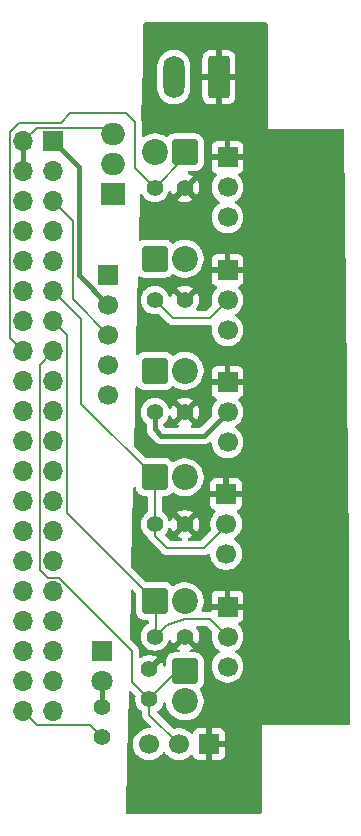
<source format=gbr>
%TF.GenerationSoftware,KiCad,Pcbnew,9.0.3*%
%TF.CreationDate,2025-07-16T15:45:04+08:00*%
%TF.ProjectId,PiHAT_Test,50694841-545f-4546-9573-742e6b696361,rev?*%
%TF.SameCoordinates,Original*%
%TF.FileFunction,Copper,L1,Top*%
%TF.FilePolarity,Positive*%
%FSLAX46Y46*%
G04 Gerber Fmt 4.6, Leading zero omitted, Abs format (unit mm)*
G04 Created by KiCad (PCBNEW 9.0.3) date 2025-07-16 15:45:04*
%MOMM*%
%LPD*%
G01*
G04 APERTURE LIST*
G04 Aperture macros list*
%AMRoundRect*
0 Rectangle with rounded corners*
0 $1 Rounding radius*
0 $2 $3 $4 $5 $6 $7 $8 $9 X,Y pos of 4 corners*
0 Add a 4 corners polygon primitive as box body*
4,1,4,$2,$3,$4,$5,$6,$7,$8,$9,$2,$3,0*
0 Add four circle primitives for the rounded corners*
1,1,$1+$1,$2,$3*
1,1,$1+$1,$4,$5*
1,1,$1+$1,$6,$7*
1,1,$1+$1,$8,$9*
0 Add four rect primitives between the rounded corners*
20,1,$1+$1,$2,$3,$4,$5,0*
20,1,$1+$1,$4,$5,$6,$7,0*
20,1,$1+$1,$6,$7,$8,$9,0*
20,1,$1+$1,$8,$9,$2,$3,0*%
G04 Aperture macros list end*
%TA.AperFunction,Conductor*%
%ADD10C,0.200000*%
%TD*%
%TA.AperFunction,ComponentPad*%
%ADD11R,1.700000X1.700000*%
%TD*%
%TA.AperFunction,ComponentPad*%
%ADD12O,1.700000X1.700000*%
%TD*%
%TA.AperFunction,ComponentPad*%
%ADD13C,1.700000*%
%TD*%
%TA.AperFunction,ComponentPad*%
%ADD14RoundRect,0.249999X-0.850001X-0.850001X0.850001X-0.850001X0.850001X0.850001X-0.850001X0.850001X0*%
%TD*%
%TA.AperFunction,ComponentPad*%
%ADD15C,2.200000*%
%TD*%
%TA.AperFunction,ComponentPad*%
%ADD16R,1.800000X1.800000*%
%TD*%
%TA.AperFunction,ComponentPad*%
%ADD17C,1.800000*%
%TD*%
%TA.AperFunction,ComponentPad*%
%ADD18RoundRect,0.250000X0.650000X1.550000X-0.650000X1.550000X-0.650000X-1.550000X0.650000X-1.550000X0*%
%TD*%
%TA.AperFunction,ComponentPad*%
%ADD19O,1.800000X3.600000*%
%TD*%
%TA.AperFunction,ComponentPad*%
%ADD20C,1.400000*%
%TD*%
%TA.AperFunction,ComponentPad*%
%ADD21RoundRect,0.249999X-0.850001X0.850001X-0.850001X-0.850001X0.850001X-0.850001X0.850001X0.850001X0*%
%TD*%
%TA.AperFunction,ComponentPad*%
%ADD22RoundRect,0.249999X0.850001X0.850001X-0.850001X0.850001X-0.850001X-0.850001X0.850001X-0.850001X0*%
%TD*%
%TA.AperFunction,ComponentPad*%
%ADD23R,2.000000X1.905000*%
%TD*%
%TA.AperFunction,ComponentPad*%
%ADD24O,2.000000X1.905000*%
%TD*%
%TA.AperFunction,Conductor*%
%ADD25C,0.400000*%
%TD*%
G04 APERTURE END LIST*
D10*
%TO.N,GPIO27*%
X139000000Y-113000000D02*
X137500000Y-113500000D01*
%TD*%
D11*
%TO.P,H1,1,1*%
%TO.N,+3.3V*%
X127870000Y-72580000D03*
D12*
%TO.P,H1,2,2*%
%TO.N,+5V*%
X125330000Y-72580000D03*
%TO.P,H1,3,3*%
%TO.N,Net-(H1-Pad3)*%
X127870000Y-75120000D03*
%TO.P,H1,4,4*%
%TO.N,+5V*%
X125330000Y-75120000D03*
%TO.P,H1,5,5*%
%TO.N,Net-(H1-Pad5)*%
X127870000Y-77660000D03*
%TO.P,H1,6,6*%
%TO.N,GND*%
X125330000Y-77660000D03*
%TO.P,H1,7,7*%
%TO.N,unconnected-(H1-Pad7)*%
X127870000Y-80200000D03*
%TO.P,H1,8,8*%
%TO.N,unconnected-(H1-Pad8)*%
X125330000Y-80200000D03*
%TO.P,H1,9,9*%
%TO.N,GND*%
X127870000Y-82740000D03*
%TO.P,H1,10,10*%
%TO.N,unconnected-(H1-Pad10)*%
X125330000Y-82740000D03*
%TO.P,H1,11,11*%
%TO.N,GPIO17*%
X127870000Y-85280000D03*
%TO.P,H1,12,12*%
%TO.N,unconnected-(H1-Pad12)*%
X125330000Y-85280000D03*
%TO.P,H1,13,13*%
%TO.N,GPIO27*%
X127870000Y-87820000D03*
%TO.P,H1,14,14*%
%TO.N,unconnected-(H1-Pad14)*%
X125330000Y-87820000D03*
%TO.P,H1,15,15*%
%TO.N,GPIO22*%
X127870000Y-90360000D03*
%TO.P,H1,16,16*%
%TO.N,GPIO23*%
X125330000Y-90360000D03*
%TO.P,H1,17,17*%
%TO.N,unconnected-(H1-Pad17)*%
X127870000Y-92900000D03*
%TO.P,H1,18,18*%
%TO.N,GPIO24*%
X125330000Y-92900000D03*
%TO.P,H1,19,19*%
%TO.N,unconnected-(H1-Pad19)*%
X127870000Y-95440000D03*
%TO.P,H1,20,20*%
%TO.N,unconnected-(H1-Pad20)*%
X125330000Y-95440000D03*
%TO.P,H1,21,21*%
%TO.N,unconnected-(H1-Pad21)*%
X127870000Y-97980000D03*
%TO.P,H1,22,22*%
%TO.N,GPIO25*%
X125330000Y-97980000D03*
%TO.P,H1,23,23*%
%TO.N,unconnected-(H1-Pad23)*%
X127870000Y-100520000D03*
%TO.P,H1,24,24*%
%TO.N,unconnected-(H1-Pad24)*%
X125330000Y-100520000D03*
%TO.P,H1,25,25*%
%TO.N,unconnected-(H1-Pad25)*%
X127870000Y-103060000D03*
%TO.P,H1,26,26*%
%TO.N,unconnected-(H1-Pad26)*%
X125330000Y-103060000D03*
%TO.P,H1,27,27*%
%TO.N,unconnected-(H1-Pad27)*%
X127870000Y-105600000D03*
%TO.P,H1,28,28*%
%TO.N,unconnected-(H1-Pad28)*%
X125330000Y-105600000D03*
%TO.P,H1,29,29*%
%TO.N,unconnected-(H1-Pad29)*%
X127870000Y-108140000D03*
%TO.P,H1,30,30*%
%TO.N,unconnected-(H1-Pad30)*%
X125330000Y-108140000D03*
%TO.P,H1,31,31*%
%TO.N,unconnected-(H1-Pad31)*%
X127870000Y-110680000D03*
%TO.P,H1,32,32*%
%TO.N,unconnected-(H1-Pad32)*%
X125330000Y-110680000D03*
%TO.P,H1,33,33*%
%TO.N,unconnected-(H1-Pad33)*%
X127870000Y-113220000D03*
%TO.P,H1,34,34*%
%TO.N,unconnected-(H1-Pad34)*%
X125330000Y-113220000D03*
%TO.P,H1,35,35*%
%TO.N,unconnected-(H1-Pad35)*%
X127870000Y-115760000D03*
%TO.P,H1,36,36*%
%TO.N,unconnected-(H1-Pad36)*%
X125330000Y-115760000D03*
%TO.P,H1,37,37*%
%TO.N,unconnected-(H1-Pad37)*%
X127870000Y-118300000D03*
%TO.P,H1,38,38*%
%TO.N,unconnected-(H1-Pad38)*%
X125330000Y-118300000D03*
%TO.P,H1,39,39*%
%TO.N,unconnected-(H1-Pad39)*%
X127870000Y-120840000D03*
%TO.P,H1,40,40*%
%TO.N,Net-(H1-Pad40)*%
X125330000Y-120840000D03*
%TD*%
D11*
%TO.P,CN5,1,Power*%
%TO.N,+12V*%
X142615000Y-111960000D03*
D13*
%TO.P,CN5,2,Output*%
%TO.N,GPIO27*%
X142615000Y-114500000D03*
%TO.P,CN5,3,Gnd*%
%TO.N,GND*%
X142615000Y-117040000D03*
%TD*%
D11*
%TO.P,CN6,1,Power*%
%TO.N,+12V*%
X141040000Y-123615000D03*
D13*
%TO.P,CN6,2,Output*%
%TO.N,GPIO22*%
X138500000Y-123615000D03*
%TO.P,CN6,3,Gnd*%
%TO.N,GND*%
X135960000Y-123615000D03*
%TD*%
D14*
%TO.P,D6,1,K*%
%TO.N,GPIO27*%
X136447818Y-111500000D03*
D15*
%TO.P,D6,2,A*%
%TO.N,GND*%
X138987818Y-111500000D03*
%TD*%
D16*
%TO.P,D1,1,K*%
%TO.N,GND*%
X132000000Y-115730000D03*
D17*
%TO.P,D1,2,A*%
%TO.N,Net-(D1-A)*%
X132000000Y-118270000D03*
%TD*%
D18*
%TO.P,U2,1,1*%
%TO.N,+12V*%
X141887500Y-67142500D03*
D19*
%TO.P,U2,2,2*%
%TO.N,GND*%
X138077500Y-67142500D03*
%TD*%
D20*
%TO.P,R15,1*%
%TO.N,Net-(H1-Pad40)*%
X132000000Y-123000000D03*
%TO.P,R15,2*%
%TO.N,Net-(D1-A)*%
X132000000Y-120460000D03*
%TD*%
D14*
%TO.P,D4,1,K*%
%TO.N,GPIO25*%
X136447818Y-92000000D03*
D15*
%TO.P,D4,2,A*%
%TO.N,GND*%
X138987818Y-92000000D03*
%TD*%
D11*
%TO.P,CN1,1,Power*%
%TO.N,+12V*%
X142615000Y-73920000D03*
D13*
%TO.P,CN1,2,Output*%
%TO.N,GPIO23*%
X142615000Y-76460000D03*
%TO.P,CN1,3,GND*%
%TO.N,GND*%
X142615000Y-79000000D03*
%TD*%
D20*
%TO.P,R3,1,1*%
%TO.N,+12V*%
X139000000Y-76500000D03*
%TO.P,R3,2,2*%
%TO.N,GPIO23*%
X136460000Y-76500000D03*
%TD*%
%TO.P,R8,1,1*%
%TO.N,+12V*%
X139000000Y-105000000D03*
%TO.P,R8,2,2*%
%TO.N,GPIO17*%
X136460000Y-105000000D03*
%TD*%
D11*
%TO.P,CN2,1,Power*%
%TO.N,+12V*%
X142615000Y-83460000D03*
D13*
%TO.P,CN2,2,Output*%
%TO.N,GPIO24*%
X142615000Y-86000000D03*
%TO.P,CN2,3,Gnd*%
%TO.N,GND*%
X142615000Y-88540000D03*
%TD*%
D21*
%TO.P,D7,1,K*%
%TO.N,GPIO22*%
X139000000Y-117447818D03*
D15*
%TO.P,D7,2,A*%
%TO.N,GND*%
X139000000Y-119987818D03*
%TD*%
D14*
%TO.P,D3,1,K*%
%TO.N,GPIO24*%
X136447818Y-82500000D03*
D15*
%TO.P,D3,2,A*%
%TO.N,GND*%
X138987818Y-82500000D03*
%TD*%
D14*
%TO.P,D5,1,K*%
%TO.N,GPIO17*%
X136460000Y-101000000D03*
D15*
%TO.P,D5,2,A*%
%TO.N,GND*%
X139000000Y-101000000D03*
%TD*%
D11*
%TO.P,CN4,1,Power*%
%TO.N,+12V*%
X142500000Y-102420000D03*
D13*
%TO.P,CN4,2,Output*%
%TO.N,GPIO17*%
X142500000Y-104960000D03*
%TO.P,CN4,3,Gnd*%
%TO.N,GND*%
X142500000Y-107500000D03*
%TD*%
D11*
%TO.P,CN3,1,Power*%
%TO.N,+12V*%
X142615000Y-92960000D03*
D13*
%TO.P,CN3,2,Output*%
%TO.N,GPIO25*%
X142615000Y-95500000D03*
%TO.P,CN3,3,Gnd*%
%TO.N,GND*%
X142615000Y-98040000D03*
%TD*%
D22*
%TO.P,D2,1,K*%
%TO.N,GPIO23*%
X139000000Y-73500000D03*
D15*
%TO.P,D2,2,A*%
%TO.N,GND*%
X136460000Y-73500000D03*
%TD*%
D20*
%TO.P,R6,1,1*%
%TO.N,+12V*%
X139000000Y-95500000D03*
%TO.P,R6,2,2*%
%TO.N,GPIO25*%
X136460000Y-95500000D03*
%TD*%
D23*
%TO.P,U1,1,VI*%
%TO.N,+12V*%
X132950000Y-77040000D03*
D24*
%TO.P,U1,2,GND*%
%TO.N,GND*%
X132950000Y-74500000D03*
%TO.P,U1,3,VO*%
%TO.N,+5V*%
X132950000Y-71960000D03*
%TD*%
D20*
%TO.P,R10,1,1*%
%TO.N,+12V*%
X139000000Y-114500000D03*
%TO.P,R10,2,2*%
%TO.N,GPIO27*%
X136460000Y-114500000D03*
%TD*%
%TO.P,R4,1,1*%
%TO.N,+12V*%
X139000000Y-86000000D03*
%TO.P,R4,2,2*%
%TO.N,GPIO24*%
X136460000Y-86000000D03*
%TD*%
%TO.P,R12,1,1*%
%TO.N,+12V*%
X136000000Y-117280000D03*
%TO.P,R12,2,2*%
%TO.N,GPIO22*%
X136000000Y-119820000D03*
%TD*%
D11*
%TO.P,J1_I2C1,1,1*%
%TO.N,GND*%
X132500000Y-83880000D03*
D13*
%TO.P,J1_I2C1,2,2*%
%TO.N,+3.3V*%
X132500000Y-86420000D03*
%TO.P,J1_I2C1,3,3*%
%TO.N,Net-(H1-Pad5)*%
X132500000Y-88960000D03*
%TO.P,J1_I2C1,4,4*%
%TO.N,Net-(H1-Pad3)*%
X132500000Y-91500000D03*
%TO.P,J1_I2C1,5,5*%
%TO.N,unconnected-(J1_I2C1-Pad5)*%
X132500000Y-94040000D03*
%TD*%
D25*
%TO.N,Net-(D1-A)*%
X132000000Y-120460000D02*
X132000000Y-118270000D01*
D10*
%TO.N,GPIO23*%
X128500000Y-71000000D02*
X125000000Y-71000000D01*
X136460000Y-76500000D02*
X134751000Y-74791000D01*
X129293500Y-70206500D02*
X128500000Y-71000000D01*
X136460000Y-76500000D02*
X138960000Y-74000000D01*
X124179000Y-71821000D02*
X124179000Y-89209000D01*
X134751000Y-74791000D02*
X134751000Y-70940783D01*
X138960000Y-74000000D02*
X139090000Y-74000000D01*
X134016717Y-70206500D02*
X129293500Y-70206500D01*
X124179000Y-89209000D02*
X125330000Y-90360000D01*
X134751000Y-70940783D02*
X134016717Y-70206500D01*
X125000000Y-71000000D02*
X124179000Y-71821000D01*
%TO.N,GPIO27*%
X129021000Y-104073182D02*
X129021000Y-88971000D01*
X137460000Y-113500000D02*
X136460000Y-114500000D01*
X129021000Y-88971000D02*
X127870000Y-87820000D01*
X136460000Y-114040000D02*
X136550000Y-113950000D01*
X136460000Y-114500000D02*
X136460000Y-114040000D01*
X136550000Y-111602182D02*
X129021000Y-104073182D01*
X142615000Y-114500000D02*
X141115000Y-113000000D01*
X141115000Y-113000000D02*
X139000000Y-113000000D01*
X136550000Y-113950000D02*
X136550000Y-111602182D01*
%TO.N,GPIO22*%
X126719000Y-108854760D02*
X127393240Y-109529000D01*
X134500000Y-118320000D02*
X136000000Y-119820000D01*
X136000000Y-119820000D02*
X136000000Y-121115000D01*
X138372182Y-117447818D02*
X136000000Y-119820000D01*
X128346760Y-109529000D02*
X134500000Y-115682240D01*
X127393240Y-109529000D02*
X128346760Y-109529000D01*
X134500000Y-115682240D02*
X134500000Y-118320000D01*
X139000000Y-117447818D02*
X138372182Y-117447818D01*
X127870000Y-90360000D02*
X126719000Y-91511000D01*
X126719000Y-91511000D02*
X126719000Y-108854760D01*
X136000000Y-121115000D02*
X138500000Y-123615000D01*
%TO.N,Net-(H1-Pad40)*%
X125330000Y-120840000D02*
X126490000Y-122000000D01*
X126490000Y-122000000D02*
X131000000Y-122000000D01*
X131000000Y-122000000D02*
X132000000Y-123000000D01*
%TO.N,GPIO24*%
X137960000Y-87500000D02*
X136460000Y-86000000D01*
X142615000Y-86000000D02*
X141115000Y-87500000D01*
X141115000Y-87500000D02*
X137960000Y-87500000D01*
D25*
%TO.N,+3.3V*%
X130000000Y-74710000D02*
X130000000Y-83920000D01*
X127870000Y-72580000D02*
X130000000Y-74710000D01*
X130000000Y-83920000D02*
X132500000Y-86420000D01*
D10*
%TO.N,Net-(H1-Pad5)*%
X127870000Y-77660000D02*
X129500000Y-79290000D01*
X129500000Y-85960000D02*
X132500000Y-88960000D01*
X129500000Y-79290000D02*
X129500000Y-85960000D01*
%TO.N,GPIO17*%
X137500000Y-107000000D02*
X140615000Y-107000000D01*
X130241000Y-87651000D02*
X130241000Y-94781000D01*
X136460000Y-105960000D02*
X137500000Y-107000000D01*
X136460000Y-101000000D02*
X136460000Y-105000000D01*
X127870000Y-85280000D02*
X130241000Y-87651000D01*
X130241000Y-94781000D02*
X136460000Y-101000000D01*
X140615000Y-107000000D02*
X142615000Y-105000000D01*
X136460000Y-105000000D02*
X136460000Y-105960000D01*
D25*
%TO.N,+5V*%
X125330000Y-72580000D02*
X125330000Y-75120000D01*
D10*
X133450000Y-71460000D02*
X133419000Y-71429000D01*
X126481000Y-71429000D02*
X132419000Y-71429000D01*
X132419000Y-71429000D02*
X132950000Y-71960000D01*
X125330000Y-72580000D02*
X126481000Y-71429000D01*
D25*
%TO.N,GPIO25*%
X140615000Y-97500000D02*
X142615000Y-95500000D01*
X136460000Y-96960000D02*
X137000000Y-97500000D01*
X136460000Y-95500000D02*
X136460000Y-96960000D01*
X137000000Y-97500000D02*
X140615000Y-97500000D01*
%TD*%
%TA.AperFunction,Conductor*%
%TO.N,+12V*%
G36*
X145943039Y-62520185D02*
G01*
X145988794Y-62572989D01*
X146000000Y-62624500D01*
X146000000Y-71500000D01*
X152377222Y-71500000D01*
X152444261Y-71519685D01*
X152490016Y-71572489D01*
X152501215Y-71622769D01*
X152857026Y-107559576D01*
X152998760Y-121874772D01*
X152979740Y-121942003D01*
X152927392Y-121988279D01*
X152874766Y-122000000D01*
X145500000Y-122000000D01*
X145500000Y-129376000D01*
X145480315Y-129443039D01*
X145427511Y-129488794D01*
X145376000Y-129500000D01*
X134126807Y-129500000D01*
X134059768Y-129480315D01*
X134014013Y-129427511D01*
X134002838Y-129373225D01*
X134101519Y-124965500D01*
X134230676Y-119196466D01*
X134251856Y-119129884D01*
X134305671Y-119085323D01*
X134375035Y-119076930D01*
X134437925Y-119107370D01*
X134442326Y-119111561D01*
X134789933Y-119459168D01*
X134823418Y-119520491D01*
X134824725Y-119566247D01*
X134799500Y-119725513D01*
X134799500Y-119914486D01*
X134829059Y-120101118D01*
X134887454Y-120280836D01*
X134929117Y-120362603D01*
X134973240Y-120449199D01*
X135084310Y-120602073D01*
X135217927Y-120735690D01*
X135348386Y-120830474D01*
X135351725Y-120834804D01*
X135356703Y-120837078D01*
X135372835Y-120862180D01*
X135391051Y-120885803D01*
X135392303Y-120892474D01*
X135394477Y-120895856D01*
X135399500Y-120930791D01*
X135399500Y-121028330D01*
X135399499Y-121028348D01*
X135399499Y-121194054D01*
X135399498Y-121194054D01*
X135399499Y-121194057D01*
X135440423Y-121346785D01*
X135446141Y-121356688D01*
X135446142Y-121356689D01*
X135446143Y-121356692D01*
X135519477Y-121483712D01*
X135519481Y-121483717D01*
X135638349Y-121602585D01*
X135638355Y-121602590D01*
X136088584Y-122052819D01*
X136122069Y-122114142D01*
X136117085Y-122183834D01*
X136075213Y-122239767D01*
X136009749Y-122264184D01*
X136000903Y-122264500D01*
X135853713Y-122264500D01*
X135805042Y-122272208D01*
X135643760Y-122297753D01*
X135441585Y-122363444D01*
X135252179Y-122459951D01*
X135080213Y-122584890D01*
X134929890Y-122735213D01*
X134804951Y-122907179D01*
X134708444Y-123096585D01*
X134642753Y-123298760D01*
X134641291Y-123307993D01*
X134609500Y-123508713D01*
X134609500Y-123721287D01*
X134642754Y-123931243D01*
X134692550Y-124084500D01*
X134708444Y-124133414D01*
X134804951Y-124322820D01*
X134929890Y-124494786D01*
X135080213Y-124645109D01*
X135252179Y-124770048D01*
X135252181Y-124770049D01*
X135252184Y-124770051D01*
X135441588Y-124866557D01*
X135643757Y-124932246D01*
X135853713Y-124965500D01*
X135853714Y-124965500D01*
X136066286Y-124965500D01*
X136066287Y-124965500D01*
X136276243Y-124932246D01*
X136478412Y-124866557D01*
X136667816Y-124770051D01*
X136754478Y-124707088D01*
X136839786Y-124645109D01*
X136839788Y-124645106D01*
X136839792Y-124645104D01*
X136990104Y-124494792D01*
X136990106Y-124494788D01*
X136990109Y-124494786D01*
X137115048Y-124322820D01*
X137115047Y-124322820D01*
X137115051Y-124322816D01*
X137119514Y-124314054D01*
X137167488Y-124263259D01*
X137235308Y-124246463D01*
X137301444Y-124268999D01*
X137340486Y-124314056D01*
X137344951Y-124322820D01*
X137469890Y-124494786D01*
X137620213Y-124645109D01*
X137792179Y-124770048D01*
X137792181Y-124770049D01*
X137792184Y-124770051D01*
X137981588Y-124866557D01*
X138183757Y-124932246D01*
X138393713Y-124965500D01*
X138393714Y-124965500D01*
X138606286Y-124965500D01*
X138606287Y-124965500D01*
X138816243Y-124932246D01*
X139018412Y-124866557D01*
X139207816Y-124770051D01*
X139294478Y-124707088D01*
X139379784Y-124645110D01*
X139379784Y-124645109D01*
X139379792Y-124645104D01*
X139493717Y-124531178D01*
X139555036Y-124497696D01*
X139624728Y-124502680D01*
X139680662Y-124544551D01*
X139697577Y-124575528D01*
X139746646Y-124707088D01*
X139746649Y-124707093D01*
X139832809Y-124822187D01*
X139832812Y-124822190D01*
X139947906Y-124908350D01*
X139947913Y-124908354D01*
X140082620Y-124958596D01*
X140082627Y-124958598D01*
X140142155Y-124964999D01*
X140142172Y-124965000D01*
X140790000Y-124965000D01*
X140790000Y-124048012D01*
X140847007Y-124080925D01*
X140974174Y-124115000D01*
X141105826Y-124115000D01*
X141232993Y-124080925D01*
X141290000Y-124048012D01*
X141290000Y-124965000D01*
X141937828Y-124965000D01*
X141937844Y-124964999D01*
X141997372Y-124958598D01*
X141997379Y-124958596D01*
X142132086Y-124908354D01*
X142132093Y-124908350D01*
X142247187Y-124822190D01*
X142247190Y-124822187D01*
X142333350Y-124707093D01*
X142333354Y-124707086D01*
X142383596Y-124572379D01*
X142383598Y-124572372D01*
X142389999Y-124512844D01*
X142390000Y-124512827D01*
X142390000Y-123865000D01*
X141473012Y-123865000D01*
X141505925Y-123807993D01*
X141540000Y-123680826D01*
X141540000Y-123549174D01*
X141505925Y-123422007D01*
X141473012Y-123365000D01*
X142390000Y-123365000D01*
X142390000Y-122717172D01*
X142389999Y-122717155D01*
X142383598Y-122657627D01*
X142383596Y-122657620D01*
X142333354Y-122522913D01*
X142333350Y-122522906D01*
X142247190Y-122407812D01*
X142247187Y-122407809D01*
X142132093Y-122321649D01*
X142132086Y-122321645D01*
X141997379Y-122271403D01*
X141997372Y-122271401D01*
X141937844Y-122265000D01*
X141290000Y-122265000D01*
X141290000Y-123181988D01*
X141232993Y-123149075D01*
X141105826Y-123115000D01*
X140974174Y-123115000D01*
X140847007Y-123149075D01*
X140790000Y-123181988D01*
X140790000Y-122265000D01*
X140142155Y-122265000D01*
X140082627Y-122271401D01*
X140082620Y-122271403D01*
X139947913Y-122321645D01*
X139947906Y-122321649D01*
X139832812Y-122407809D01*
X139832809Y-122407812D01*
X139746649Y-122522906D01*
X139746646Y-122522912D01*
X139697577Y-122654471D01*
X139655705Y-122710404D01*
X139590241Y-122734821D01*
X139521968Y-122719969D01*
X139493714Y-122698818D01*
X139379786Y-122584890D01*
X139207820Y-122459951D01*
X139018414Y-122363444D01*
X139018413Y-122363443D01*
X139018412Y-122363443D01*
X138816243Y-122297754D01*
X138816241Y-122297753D01*
X138816240Y-122297753D01*
X138654957Y-122272208D01*
X138606287Y-122264500D01*
X138393713Y-122264500D01*
X138365006Y-122269046D01*
X138183757Y-122297753D01*
X138141473Y-122311492D01*
X138071632Y-122313486D01*
X138015476Y-122281241D01*
X136703940Y-120969705D01*
X136670455Y-120908382D01*
X136675439Y-120838690D01*
X136717311Y-120782757D01*
X136718601Y-120781805D01*
X136782073Y-120735690D01*
X136915690Y-120602073D01*
X137026760Y-120449199D01*
X137112547Y-120280832D01*
X137163644Y-120123573D01*
X137203082Y-120065898D01*
X137267441Y-120038700D01*
X137336287Y-120050615D01*
X137387763Y-120097859D01*
X137404048Y-120142494D01*
X137438910Y-120362603D01*
X137516760Y-120602201D01*
X137631132Y-120826666D01*
X137779201Y-121030467D01*
X137779205Y-121030472D01*
X137957345Y-121208612D01*
X137957350Y-121208616D01*
X138135117Y-121337770D01*
X138161155Y-121356688D01*
X138304184Y-121429565D01*
X138385616Y-121471057D01*
X138385618Y-121471057D01*
X138385621Y-121471059D01*
X138625215Y-121548908D01*
X138874038Y-121588318D01*
X138874039Y-121588318D01*
X139125961Y-121588318D01*
X139125962Y-121588318D01*
X139374785Y-121548908D01*
X139614379Y-121471059D01*
X139838845Y-121356688D01*
X140042656Y-121208611D01*
X140220793Y-121030474D01*
X140368870Y-120826663D01*
X140483241Y-120602197D01*
X140561090Y-120362603D01*
X140600500Y-120113780D01*
X140600500Y-119861856D01*
X140561090Y-119613033D01*
X140483241Y-119373439D01*
X140483239Y-119373436D01*
X140483239Y-119373434D01*
X140368869Y-119148972D01*
X140355001Y-119129884D01*
X140301233Y-119055878D01*
X140277754Y-118990075D01*
X140293579Y-118922021D01*
X140313871Y-118895313D01*
X140318650Y-118890533D01*
X140318656Y-118890530D01*
X140442712Y-118766474D01*
X140534814Y-118617153D01*
X140589999Y-118450616D01*
X140600500Y-118347828D01*
X140600500Y-116547808D01*
X140589999Y-116445020D01*
X140534814Y-116278483D01*
X140442712Y-116129162D01*
X140318656Y-116005106D01*
X140169335Y-115913004D01*
X140002798Y-115857819D01*
X140002796Y-115857818D01*
X139900017Y-115847318D01*
X139900010Y-115847318D01*
X139515465Y-115847318D01*
X139448426Y-115827633D01*
X139402671Y-115774829D01*
X139392727Y-115705671D01*
X139421752Y-115642115D01*
X139459170Y-115612833D01*
X139628937Y-115526331D01*
X139654328Y-115507883D01*
X139654328Y-115507882D01*
X139000001Y-114853554D01*
X139000000Y-114853554D01*
X138345669Y-115507882D01*
X138345670Y-115507883D01*
X138371059Y-115526329D01*
X138540830Y-115612833D01*
X138591626Y-115660808D01*
X138608421Y-115728629D01*
X138585883Y-115794764D01*
X138531168Y-115838215D01*
X138484535Y-115847318D01*
X138099982Y-115847318D01*
X137997203Y-115857818D01*
X137997202Y-115857819D01*
X137928804Y-115880484D01*
X137830667Y-115913003D01*
X137830662Y-115913005D01*
X137681342Y-116005107D01*
X137557289Y-116129160D01*
X137465187Y-116278480D01*
X137465185Y-116278485D01*
X137447393Y-116332179D01*
X137410001Y-116445020D01*
X137410001Y-116445021D01*
X137410000Y-116445021D01*
X137399500Y-116547800D01*
X137399500Y-116921029D01*
X137379815Y-116988068D01*
X137327011Y-117033823D01*
X137257853Y-117043767D01*
X137194297Y-117014742D01*
X137157569Y-116959347D01*
X137112085Y-116819362D01*
X137026329Y-116651059D01*
X137007883Y-116625670D01*
X137007882Y-116625669D01*
X136350000Y-117283551D01*
X136350000Y-117233922D01*
X136326148Y-117144905D01*
X136280070Y-117065095D01*
X136214905Y-116999930D01*
X136135095Y-116953852D01*
X136046078Y-116930000D01*
X135996444Y-116930000D01*
X136654328Y-116272116D01*
X136628933Y-116253666D01*
X136460637Y-116167914D01*
X136281002Y-116109548D01*
X136094447Y-116080000D01*
X135905553Y-116080000D01*
X135718997Y-116109548D01*
X135539362Y-116167914D01*
X135371059Y-116253670D01*
X135297385Y-116307197D01*
X135231578Y-116330677D01*
X135163525Y-116314851D01*
X135114830Y-116264745D01*
X135100500Y-116206879D01*
X135100500Y-115603185D01*
X135100500Y-115603183D01*
X135059577Y-115450456D01*
X135039503Y-115415687D01*
X134980524Y-115313530D01*
X134980521Y-115313526D01*
X134980520Y-115313524D01*
X134868716Y-115201720D01*
X134868715Y-115201719D01*
X134864385Y-115197389D01*
X134864374Y-115197379D01*
X134369597Y-114702602D01*
X134336112Y-114641279D01*
X134333309Y-114612155D01*
X134422672Y-110620644D01*
X134428975Y-110600828D01*
X134430459Y-110580086D01*
X134439353Y-110568205D01*
X134443852Y-110554062D01*
X134459870Y-110540798D01*
X134472331Y-110524153D01*
X134486235Y-110518966D01*
X134497667Y-110509501D01*
X134518311Y-110507003D01*
X134537795Y-110499736D01*
X134552297Y-110502890D01*
X134567031Y-110501108D01*
X134585748Y-110510167D01*
X134606068Y-110514588D01*
X134626533Y-110529908D01*
X134629921Y-110531548D01*
X134634322Y-110535739D01*
X134810999Y-110712416D01*
X134844484Y-110773739D01*
X134847318Y-110800097D01*
X134847318Y-112400017D01*
X134857818Y-112502796D01*
X134857819Y-112502798D01*
X134913004Y-112669335D01*
X135005106Y-112818656D01*
X135129162Y-112942712D01*
X135278483Y-113034814D01*
X135445020Y-113089999D01*
X135547808Y-113100500D01*
X135825500Y-113100500D01*
X135834185Y-113103050D01*
X135843147Y-113101762D01*
X135867187Y-113112740D01*
X135892539Y-113120185D01*
X135898466Y-113127025D01*
X135906703Y-113130787D01*
X135920992Y-113153021D01*
X135938294Y-113172989D01*
X135940581Y-113183503D01*
X135944477Y-113189565D01*
X135949500Y-113224500D01*
X135949500Y-113336772D01*
X135929815Y-113403811D01*
X135881795Y-113447256D01*
X135830805Y-113473236D01*
X135728885Y-113547286D01*
X135677927Y-113584310D01*
X135677925Y-113584312D01*
X135677924Y-113584312D01*
X135544312Y-113717924D01*
X135544312Y-113717925D01*
X135544310Y-113717927D01*
X135534392Y-113731578D01*
X135433240Y-113870800D01*
X135347454Y-114039163D01*
X135289059Y-114218881D01*
X135259500Y-114405513D01*
X135259500Y-114594486D01*
X135289059Y-114781118D01*
X135347454Y-114960836D01*
X135376791Y-115018412D01*
X135433240Y-115129199D01*
X135544310Y-115282073D01*
X135677927Y-115415690D01*
X135830801Y-115526760D01*
X135910347Y-115567290D01*
X135999163Y-115612545D01*
X135999165Y-115612545D01*
X135999168Y-115612547D01*
X136090168Y-115642115D01*
X136178881Y-115670940D01*
X136365514Y-115700500D01*
X136365519Y-115700500D01*
X136554486Y-115700500D01*
X136741118Y-115670940D01*
X136776283Y-115659514D01*
X136920832Y-115612547D01*
X137089199Y-115526760D01*
X137242073Y-115415690D01*
X137375690Y-115282073D01*
X137486760Y-115129199D01*
X137572547Y-114960832D01*
X137612332Y-114838385D01*
X137651768Y-114780713D01*
X137716127Y-114753514D01*
X137784973Y-114765429D01*
X137836449Y-114812673D01*
X137848193Y-114838388D01*
X137887914Y-114960637D01*
X137973666Y-115128933D01*
X137992116Y-115154328D01*
X138650000Y-114496444D01*
X138650000Y-114546078D01*
X138673852Y-114635095D01*
X138719930Y-114714905D01*
X138785095Y-114780070D01*
X138864905Y-114826148D01*
X138953922Y-114850000D01*
X139046078Y-114850000D01*
X139135095Y-114826148D01*
X139214905Y-114780070D01*
X139280070Y-114714905D01*
X139326148Y-114635095D01*
X139350000Y-114546078D01*
X139350000Y-114496446D01*
X140007882Y-115154328D01*
X140007883Y-115154328D01*
X140026331Y-115128937D01*
X140112085Y-114960637D01*
X140170451Y-114781002D01*
X140200000Y-114594447D01*
X140200000Y-114405552D01*
X140170451Y-114218997D01*
X140112085Y-114039362D01*
X140026329Y-113871059D01*
X139972803Y-113797385D01*
X139949323Y-113731578D01*
X139965149Y-113663525D01*
X140015255Y-113614830D01*
X140073121Y-113600500D01*
X140814903Y-113600500D01*
X140881942Y-113620185D01*
X140902584Y-113636819D01*
X141281241Y-114015476D01*
X141314726Y-114076799D01*
X141311492Y-114141473D01*
X141297753Y-114183757D01*
X141269063Y-114364905D01*
X141264500Y-114393713D01*
X141264500Y-114606287D01*
X141269063Y-114635095D01*
X141297188Y-114812673D01*
X141297754Y-114816243D01*
X141344735Y-114960836D01*
X141363444Y-115018414D01*
X141459951Y-115207820D01*
X141584890Y-115379786D01*
X141735213Y-115530109D01*
X141907182Y-115655050D01*
X141915946Y-115659516D01*
X141966742Y-115707491D01*
X141983536Y-115775312D01*
X141960998Y-115841447D01*
X141915946Y-115880484D01*
X141907182Y-115884949D01*
X141735213Y-116009890D01*
X141584890Y-116160213D01*
X141459951Y-116332179D01*
X141363444Y-116521585D01*
X141297753Y-116723760D01*
X141266509Y-116921029D01*
X141264500Y-116933713D01*
X141264500Y-117146287D01*
X141297754Y-117356243D01*
X141342808Y-117494905D01*
X141363444Y-117558414D01*
X141459951Y-117747820D01*
X141584890Y-117919786D01*
X141735213Y-118070109D01*
X141907179Y-118195048D01*
X141907181Y-118195049D01*
X141907184Y-118195051D01*
X142096588Y-118291557D01*
X142298757Y-118357246D01*
X142508713Y-118390500D01*
X142508714Y-118390500D01*
X142721286Y-118390500D01*
X142721287Y-118390500D01*
X142931243Y-118357246D01*
X143133412Y-118291557D01*
X143322816Y-118195051D01*
X143344789Y-118179086D01*
X143494786Y-118070109D01*
X143494788Y-118070106D01*
X143494792Y-118070104D01*
X143645104Y-117919792D01*
X143645106Y-117919788D01*
X143645109Y-117919786D01*
X143770048Y-117747820D01*
X143770047Y-117747820D01*
X143770051Y-117747816D01*
X143866557Y-117558412D01*
X143932246Y-117356243D01*
X143965500Y-117146287D01*
X143965500Y-116933713D01*
X143932246Y-116723757D01*
X143866557Y-116521588D01*
X143770051Y-116332184D01*
X143770049Y-116332181D01*
X143770048Y-116332179D01*
X143645109Y-116160213D01*
X143494786Y-116009890D01*
X143322820Y-115884951D01*
X143322115Y-115884591D01*
X143314054Y-115880485D01*
X143263259Y-115832512D01*
X143246463Y-115764692D01*
X143268999Y-115698556D01*
X143314054Y-115659515D01*
X143322816Y-115655051D01*
X143394207Y-115603183D01*
X143494786Y-115530109D01*
X143494788Y-115530106D01*
X143494792Y-115530104D01*
X143645104Y-115379792D01*
X143645106Y-115379788D01*
X143645109Y-115379786D01*
X143770048Y-115207820D01*
X143770047Y-115207820D01*
X143770051Y-115207816D01*
X143866557Y-115018412D01*
X143932246Y-114816243D01*
X143965500Y-114606287D01*
X143965500Y-114393713D01*
X143932246Y-114183757D01*
X143866557Y-113981588D01*
X143770051Y-113792184D01*
X143770049Y-113792181D01*
X143770048Y-113792179D01*
X143645109Y-113620213D01*
X143531181Y-113506285D01*
X143497696Y-113444962D01*
X143502680Y-113375270D01*
X143544552Y-113319337D01*
X143575529Y-113302422D01*
X143707086Y-113253354D01*
X143707093Y-113253350D01*
X143822187Y-113167190D01*
X143822190Y-113167187D01*
X143908350Y-113052093D01*
X143908354Y-113052086D01*
X143958596Y-112917379D01*
X143958598Y-112917372D01*
X143964999Y-112857844D01*
X143965000Y-112857827D01*
X143965000Y-112210000D01*
X143048012Y-112210000D01*
X143080925Y-112152993D01*
X143115000Y-112025826D01*
X143115000Y-111894174D01*
X143080925Y-111767007D01*
X143048012Y-111710000D01*
X143965000Y-111710000D01*
X143965000Y-111062172D01*
X143964999Y-111062155D01*
X143958598Y-111002627D01*
X143958596Y-111002620D01*
X143908354Y-110867913D01*
X143908350Y-110867906D01*
X143822190Y-110752812D01*
X143822187Y-110752809D01*
X143707093Y-110666649D01*
X143707086Y-110666645D01*
X143572379Y-110616403D01*
X143572372Y-110616401D01*
X143512844Y-110610000D01*
X142865000Y-110610000D01*
X142865000Y-111526988D01*
X142807993Y-111494075D01*
X142680826Y-111460000D01*
X142549174Y-111460000D01*
X142422007Y-111494075D01*
X142365000Y-111526988D01*
X142365000Y-110610000D01*
X141717155Y-110610000D01*
X141657627Y-110616401D01*
X141657620Y-110616403D01*
X141522913Y-110666645D01*
X141522906Y-110666649D01*
X141407812Y-110752809D01*
X141407809Y-110752812D01*
X141321649Y-110867906D01*
X141321645Y-110867913D01*
X141271403Y-111002620D01*
X141271401Y-111002627D01*
X141265000Y-111062155D01*
X141265000Y-111710000D01*
X142181988Y-111710000D01*
X142149075Y-111767007D01*
X142115000Y-111894174D01*
X142115000Y-112025826D01*
X142149075Y-112152993D01*
X142181988Y-112210000D01*
X141265000Y-112210000D01*
X141265000Y-112275499D01*
X141262449Y-112284184D01*
X141263738Y-112293145D01*
X141252759Y-112317186D01*
X141245315Y-112342538D01*
X141238475Y-112348464D01*
X141234714Y-112356701D01*
X141212478Y-112370991D01*
X141192511Y-112388293D01*
X141181998Y-112390580D01*
X141175936Y-112394476D01*
X141141002Y-112399498D01*
X141141001Y-112399499D01*
X141035943Y-112399499D01*
X141035939Y-112399499D01*
X141028332Y-112399500D01*
X141028331Y-112399499D01*
X141028331Y-112399500D01*
X140528133Y-112399500D01*
X140461094Y-112379815D01*
X140415339Y-112327011D01*
X140405395Y-112257853D01*
X140417648Y-112219205D01*
X140451384Y-112152993D01*
X140471059Y-112114379D01*
X140548908Y-111874785D01*
X140588318Y-111625962D01*
X140588318Y-111374038D01*
X140548908Y-111125215D01*
X140548907Y-111125211D01*
X140548907Y-111125210D01*
X140539796Y-111097169D01*
X140471057Y-110885616D01*
X140414052Y-110773739D01*
X140356688Y-110661155D01*
X140269244Y-110540798D01*
X140208616Y-110457350D01*
X140208612Y-110457345D01*
X140030472Y-110279205D01*
X140030467Y-110279201D01*
X139826666Y-110131132D01*
X139826665Y-110131131D01*
X139826663Y-110131130D01*
X139756565Y-110095413D01*
X139602201Y-110016760D01*
X139362603Y-109938910D01*
X139113780Y-109899500D01*
X138861856Y-109899500D01*
X138795556Y-109910001D01*
X138613032Y-109938910D01*
X138373434Y-110016760D01*
X138148976Y-110131128D01*
X138148973Y-110131129D01*
X138148973Y-110131130D01*
X138055878Y-110198766D01*
X137990073Y-110222245D01*
X137922019Y-110206419D01*
X137895314Y-110186128D01*
X137766475Y-110057289D01*
X137766474Y-110057288D01*
X137617153Y-109965186D01*
X137450616Y-109910001D01*
X137450614Y-109910000D01*
X137347835Y-109899500D01*
X137347828Y-109899500D01*
X135747915Y-109899500D01*
X135680876Y-109879815D01*
X135660234Y-109863181D01*
X134503832Y-108706779D01*
X134470347Y-108645456D01*
X134467544Y-108616331D01*
X134616698Y-101954122D01*
X134637877Y-101887546D01*
X134691692Y-101842984D01*
X134761056Y-101834591D01*
X134823946Y-101865031D01*
X134860395Y-101924640D01*
X134864024Y-101944299D01*
X134870000Y-102002796D01*
X134906516Y-102112993D01*
X134925186Y-102169335D01*
X135017288Y-102318656D01*
X135141344Y-102442712D01*
X135290665Y-102534814D01*
X135457202Y-102589999D01*
X135559990Y-102600500D01*
X135735500Y-102600500D01*
X135802539Y-102620185D01*
X135848294Y-102672989D01*
X135859500Y-102724500D01*
X135859500Y-103889207D01*
X135839815Y-103956246D01*
X135808386Y-103989525D01*
X135677925Y-104084311D01*
X135544312Y-104217924D01*
X135544312Y-104217925D01*
X135544310Y-104217927D01*
X135519421Y-104252184D01*
X135433240Y-104370800D01*
X135347454Y-104539163D01*
X135289059Y-104718881D01*
X135259500Y-104905513D01*
X135259500Y-105094486D01*
X135289059Y-105281118D01*
X135347454Y-105460836D01*
X135433104Y-105628933D01*
X135433240Y-105629199D01*
X135544310Y-105782073D01*
X135677927Y-105915690D01*
X135765796Y-105979531D01*
X135826820Y-106023868D01*
X135838054Y-106038437D01*
X135852835Y-106049389D01*
X135863806Y-106071835D01*
X135869485Y-106079199D01*
X135869902Y-106080282D01*
X135872102Y-106086095D01*
X135900423Y-106191785D01*
X135929360Y-106241904D01*
X135934382Y-106250604D01*
X135934384Y-106250607D01*
X135979479Y-106328714D01*
X135979481Y-106328717D01*
X136098349Y-106447585D01*
X136098355Y-106447590D01*
X137015139Y-107364374D01*
X137015149Y-107364385D01*
X137019479Y-107368715D01*
X137019480Y-107368716D01*
X137131284Y-107480520D01*
X137218095Y-107530639D01*
X137218097Y-107530641D01*
X137256151Y-107552611D01*
X137268215Y-107559577D01*
X137420943Y-107600500D01*
X137579057Y-107600500D01*
X140528331Y-107600500D01*
X140528347Y-107600501D01*
X140535943Y-107600501D01*
X140694054Y-107600501D01*
X140694057Y-107600501D01*
X140846785Y-107559577D01*
X140896904Y-107530639D01*
X140963503Y-107492189D01*
X141031401Y-107475717D01*
X141097427Y-107498570D01*
X141140618Y-107553491D01*
X141149500Y-107599577D01*
X141149500Y-107606286D01*
X141182753Y-107816239D01*
X141248444Y-108018414D01*
X141344951Y-108207820D01*
X141469890Y-108379786D01*
X141620213Y-108530109D01*
X141792179Y-108655048D01*
X141792181Y-108655049D01*
X141792184Y-108655051D01*
X141981588Y-108751557D01*
X142183757Y-108817246D01*
X142393713Y-108850500D01*
X142393714Y-108850500D01*
X142606286Y-108850500D01*
X142606287Y-108850500D01*
X142816243Y-108817246D01*
X143018412Y-108751557D01*
X143207816Y-108655051D01*
X143261110Y-108616331D01*
X143379786Y-108530109D01*
X143379788Y-108530106D01*
X143379792Y-108530104D01*
X143530104Y-108379792D01*
X143530106Y-108379788D01*
X143530109Y-108379786D01*
X143655048Y-108207820D01*
X143655047Y-108207820D01*
X143655051Y-108207816D01*
X143751557Y-108018412D01*
X143817246Y-107816243D01*
X143850500Y-107606287D01*
X143850500Y-107393713D01*
X143817246Y-107183757D01*
X143751557Y-106981588D01*
X143655051Y-106792184D01*
X143655049Y-106792181D01*
X143655048Y-106792179D01*
X143530109Y-106620213D01*
X143379786Y-106469890D01*
X143207820Y-106344951D01*
X143207115Y-106344591D01*
X143199054Y-106340485D01*
X143148259Y-106292512D01*
X143131463Y-106224692D01*
X143153999Y-106158556D01*
X143199054Y-106119515D01*
X143207816Y-106115051D01*
X143255672Y-106080282D01*
X143379786Y-105990109D01*
X143379788Y-105990106D01*
X143379792Y-105990104D01*
X143530104Y-105839792D01*
X143530106Y-105839788D01*
X143530109Y-105839786D01*
X143655048Y-105667820D01*
X143655047Y-105667820D01*
X143655051Y-105667816D01*
X143751557Y-105478412D01*
X143817246Y-105276243D01*
X143850500Y-105066287D01*
X143850500Y-104853713D01*
X143817246Y-104643757D01*
X143751557Y-104441588D01*
X143655051Y-104252184D01*
X143655049Y-104252181D01*
X143655048Y-104252179D01*
X143530109Y-104080213D01*
X143416181Y-103966285D01*
X143382696Y-103904962D01*
X143387680Y-103835270D01*
X143429552Y-103779337D01*
X143460529Y-103762422D01*
X143592086Y-103713354D01*
X143592093Y-103713350D01*
X143707187Y-103627190D01*
X143707190Y-103627187D01*
X143793350Y-103512093D01*
X143793354Y-103512086D01*
X143843596Y-103377379D01*
X143843598Y-103377372D01*
X143849999Y-103317844D01*
X143850000Y-103317827D01*
X143850000Y-102670000D01*
X142933012Y-102670000D01*
X142965925Y-102612993D01*
X143000000Y-102485826D01*
X143000000Y-102354174D01*
X142965925Y-102227007D01*
X142933012Y-102170000D01*
X143850000Y-102170000D01*
X143850000Y-101522172D01*
X143849999Y-101522155D01*
X143843598Y-101462627D01*
X143843596Y-101462620D01*
X143793354Y-101327913D01*
X143793350Y-101327906D01*
X143707190Y-101212812D01*
X143707187Y-101212809D01*
X143592093Y-101126649D01*
X143592086Y-101126645D01*
X143457379Y-101076403D01*
X143457372Y-101076401D01*
X143397844Y-101070000D01*
X142750000Y-101070000D01*
X142750000Y-101986988D01*
X142692993Y-101954075D01*
X142565826Y-101920000D01*
X142434174Y-101920000D01*
X142307007Y-101954075D01*
X142250000Y-101986988D01*
X142250000Y-101070000D01*
X141602155Y-101070000D01*
X141542627Y-101076401D01*
X141542620Y-101076403D01*
X141407913Y-101126645D01*
X141407906Y-101126649D01*
X141292812Y-101212809D01*
X141292809Y-101212812D01*
X141206649Y-101327906D01*
X141206645Y-101327913D01*
X141156403Y-101462620D01*
X141156401Y-101462627D01*
X141150000Y-101522155D01*
X141150000Y-102170000D01*
X142066988Y-102170000D01*
X142034075Y-102227007D01*
X142000000Y-102354174D01*
X142000000Y-102485826D01*
X142034075Y-102612993D01*
X142066988Y-102670000D01*
X141150000Y-102670000D01*
X141150000Y-103317844D01*
X141156401Y-103377372D01*
X141156403Y-103377379D01*
X141206645Y-103512086D01*
X141206649Y-103512093D01*
X141292809Y-103627187D01*
X141292812Y-103627190D01*
X141407906Y-103713350D01*
X141407913Y-103713354D01*
X141539470Y-103762422D01*
X141595404Y-103804293D01*
X141619821Y-103869758D01*
X141604969Y-103938031D01*
X141583819Y-103966285D01*
X141469889Y-104080215D01*
X141344951Y-104252179D01*
X141248444Y-104441585D01*
X141182753Y-104643760D01*
X141149500Y-104853713D01*
X141149500Y-105066286D01*
X141182753Y-105276240D01*
X141234503Y-105435511D01*
X141236498Y-105505353D01*
X141204253Y-105561510D01*
X140402584Y-106363181D01*
X140341261Y-106396666D01*
X140314903Y-106399500D01*
X139358970Y-106399500D01*
X139291931Y-106379815D01*
X139246176Y-106327011D01*
X139236232Y-106257853D01*
X139265257Y-106194297D01*
X139320652Y-106157569D01*
X139460637Y-106112085D01*
X139628937Y-106026331D01*
X139654328Y-106007883D01*
X139654328Y-106007882D01*
X139000001Y-105353554D01*
X139000000Y-105353554D01*
X138345669Y-106007882D01*
X138345670Y-106007883D01*
X138371059Y-106026329D01*
X138539362Y-106112085D01*
X138679348Y-106157569D01*
X138737023Y-106197006D01*
X138764222Y-106261365D01*
X138752308Y-106330211D01*
X138705064Y-106381687D01*
X138641030Y-106399500D01*
X137800097Y-106399500D01*
X137733058Y-106379815D01*
X137712416Y-106363181D01*
X137341180Y-105991945D01*
X137307695Y-105930622D01*
X137312679Y-105860930D01*
X137341180Y-105816583D01*
X137375690Y-105782073D01*
X137486760Y-105629199D01*
X137572547Y-105460832D01*
X137612332Y-105338385D01*
X137651768Y-105280713D01*
X137716127Y-105253514D01*
X137784973Y-105265429D01*
X137836449Y-105312673D01*
X137848193Y-105338388D01*
X137887914Y-105460637D01*
X137973666Y-105628933D01*
X137992116Y-105654328D01*
X138646446Y-105000000D01*
X138646446Y-104999999D01*
X138600369Y-104953922D01*
X138650000Y-104953922D01*
X138650000Y-105046078D01*
X138673852Y-105135095D01*
X138719930Y-105214905D01*
X138785095Y-105280070D01*
X138864905Y-105326148D01*
X138953922Y-105350000D01*
X139046078Y-105350000D01*
X139135095Y-105326148D01*
X139214905Y-105280070D01*
X139280070Y-105214905D01*
X139326148Y-105135095D01*
X139350000Y-105046078D01*
X139350000Y-104999999D01*
X139353554Y-104999999D01*
X139353554Y-105000000D01*
X140007882Y-105654328D01*
X140007883Y-105654328D01*
X140026331Y-105628937D01*
X140112085Y-105460637D01*
X140170451Y-105281002D01*
X140200000Y-105094447D01*
X140200000Y-104905552D01*
X140170451Y-104718997D01*
X140112085Y-104539362D01*
X140026329Y-104371059D01*
X140007883Y-104345670D01*
X140007882Y-104345669D01*
X139353554Y-104999999D01*
X139350000Y-104999999D01*
X139350000Y-104953922D01*
X139326148Y-104864905D01*
X139280070Y-104785095D01*
X139214905Y-104719930D01*
X139135095Y-104673852D01*
X139046078Y-104650000D01*
X138953922Y-104650000D01*
X138864905Y-104673852D01*
X138785095Y-104719930D01*
X138719930Y-104785095D01*
X138673852Y-104864905D01*
X138650000Y-104953922D01*
X138600369Y-104953922D01*
X137992116Y-104345669D01*
X137992116Y-104345670D01*
X137973669Y-104371060D01*
X137887915Y-104539361D01*
X137848193Y-104661612D01*
X137808755Y-104719287D01*
X137744396Y-104746485D01*
X137675550Y-104734570D01*
X137624074Y-104687326D01*
X137612332Y-104661614D01*
X137572547Y-104539168D01*
X137486760Y-104370801D01*
X137375690Y-104217927D01*
X137242073Y-104084310D01*
X137115179Y-103992116D01*
X138345669Y-103992116D01*
X139000000Y-104646446D01*
X139000001Y-104646446D01*
X139654328Y-103992116D01*
X139628933Y-103973666D01*
X139460637Y-103887914D01*
X139281002Y-103829548D01*
X139094447Y-103800000D01*
X138905553Y-103800000D01*
X138718997Y-103829548D01*
X138539362Y-103887914D01*
X138371060Y-103973669D01*
X138345670Y-103992116D01*
X138345669Y-103992116D01*
X137115179Y-103992116D01*
X137109338Y-103987872D01*
X137107111Y-103986093D01*
X137088623Y-103959710D01*
X137068948Y-103934194D01*
X137068290Y-103930693D01*
X137067015Y-103928873D01*
X137066762Y-103922553D01*
X137060500Y-103889207D01*
X137060500Y-102724500D01*
X137080185Y-102657461D01*
X137132989Y-102611706D01*
X137184500Y-102600500D01*
X137360005Y-102600500D01*
X137360010Y-102600500D01*
X137462798Y-102589999D01*
X137629335Y-102534814D01*
X137778656Y-102442712D01*
X137902712Y-102318656D01*
X137902715Y-102318650D01*
X137907495Y-102313871D01*
X137968818Y-102280386D01*
X138038510Y-102285370D01*
X138068058Y-102301231D01*
X138161155Y-102368870D01*
X138267206Y-102422905D01*
X138385616Y-102483239D01*
X138385618Y-102483239D01*
X138385621Y-102483241D01*
X138625215Y-102561090D01*
X138874038Y-102600500D01*
X138874039Y-102600500D01*
X139125961Y-102600500D01*
X139125962Y-102600500D01*
X139374785Y-102561090D01*
X139614379Y-102483241D01*
X139838845Y-102368870D01*
X140042656Y-102220793D01*
X140220793Y-102042656D01*
X140368870Y-101838845D01*
X140483241Y-101614379D01*
X140513201Y-101522172D01*
X140526731Y-101480532D01*
X140526731Y-101480531D01*
X140561089Y-101374789D01*
X140561089Y-101374788D01*
X140561090Y-101374785D01*
X140600500Y-101125962D01*
X140600500Y-100874038D01*
X140561090Y-100625215D01*
X140483241Y-100385621D01*
X140483239Y-100385618D01*
X140483239Y-100385616D01*
X140413494Y-100248735D01*
X140368870Y-100161155D01*
X140349952Y-100135117D01*
X140220798Y-99957350D01*
X140220794Y-99957345D01*
X140042654Y-99779205D01*
X140042649Y-99779201D01*
X139838848Y-99631132D01*
X139838847Y-99631131D01*
X139838845Y-99631130D01*
X139768747Y-99595413D01*
X139614383Y-99516760D01*
X139374785Y-99438910D01*
X139125962Y-99399500D01*
X138874038Y-99399500D01*
X138807738Y-99410001D01*
X138625214Y-99438910D01*
X138385616Y-99516760D01*
X138161158Y-99631128D01*
X138161155Y-99631129D01*
X138161155Y-99631130D01*
X138068060Y-99698766D01*
X138002255Y-99722245D01*
X137934201Y-99706419D01*
X137907496Y-99686128D01*
X137778657Y-99557289D01*
X137778656Y-99557288D01*
X137629335Y-99465186D01*
X137462798Y-99410001D01*
X137462796Y-99410000D01*
X137360017Y-99399500D01*
X137360010Y-99399500D01*
X135760097Y-99399500D01*
X135693058Y-99379815D01*
X135672416Y-99363181D01*
X134734026Y-98424791D01*
X134700541Y-98363468D01*
X134697738Y-98334341D01*
X134763309Y-95405513D01*
X135259500Y-95405513D01*
X135259500Y-95594486D01*
X135289059Y-95781118D01*
X135347454Y-95960836D01*
X135376791Y-96018412D01*
X135433240Y-96129199D01*
X135544310Y-96282073D01*
X135677927Y-96415690D01*
X135677928Y-96415691D01*
X135677927Y-96415691D01*
X135698442Y-96430595D01*
X135708383Y-96437818D01*
X135751050Y-96493147D01*
X135759500Y-96538137D01*
X135759500Y-96891006D01*
X135759500Y-97028994D01*
X135759500Y-97028996D01*
X135759499Y-97028996D01*
X135786418Y-97164322D01*
X135786421Y-97164332D01*
X135839222Y-97291807D01*
X135915887Y-97406545D01*
X135915888Y-97406546D01*
X136455886Y-97946542D01*
X136525906Y-98016562D01*
X136553459Y-98044115D01*
X136668182Y-98120771D01*
X136668189Y-98120775D01*
X136729781Y-98146287D01*
X136795671Y-98173580D01*
X136822591Y-98178934D01*
X136918730Y-98198058D01*
X136931006Y-98200500D01*
X136931007Y-98200500D01*
X140683996Y-98200500D01*
X140792412Y-98178934D01*
X140819328Y-98173580D01*
X140901057Y-98139727D01*
X140946807Y-98120777D01*
X140946808Y-98120776D01*
X140946811Y-98120775D01*
X141061543Y-98044114D01*
X141061554Y-98044102D01*
X141061826Y-98043881D01*
X141062006Y-98043804D01*
X141066609Y-98040729D01*
X141067191Y-98041601D01*
X141126134Y-98016562D01*
X141195002Y-98028347D01*
X141246567Y-98075494D01*
X141264500Y-98139727D01*
X141264500Y-98146285D01*
X141297753Y-98356239D01*
X141363444Y-98558414D01*
X141459951Y-98747820D01*
X141584890Y-98919786D01*
X141735213Y-99070109D01*
X141907179Y-99195048D01*
X141907181Y-99195049D01*
X141907184Y-99195051D01*
X142096588Y-99291557D01*
X142298757Y-99357246D01*
X142508713Y-99390500D01*
X142508714Y-99390500D01*
X142721286Y-99390500D01*
X142721287Y-99390500D01*
X142931243Y-99357246D01*
X143133412Y-99291557D01*
X143322816Y-99195051D01*
X143344789Y-99179086D01*
X143494786Y-99070109D01*
X143494788Y-99070106D01*
X143494792Y-99070104D01*
X143645104Y-98919792D01*
X143645106Y-98919788D01*
X143645109Y-98919786D01*
X143770048Y-98747820D01*
X143770047Y-98747820D01*
X143770051Y-98747816D01*
X143866557Y-98558412D01*
X143932246Y-98356243D01*
X143965500Y-98146287D01*
X143965500Y-97933713D01*
X143932246Y-97723757D01*
X143866557Y-97521588D01*
X143770051Y-97332184D01*
X143770049Y-97332181D01*
X143770048Y-97332179D01*
X143645109Y-97160213D01*
X143494786Y-97009890D01*
X143322820Y-96884951D01*
X143322115Y-96884591D01*
X143314054Y-96880485D01*
X143263259Y-96832512D01*
X143246463Y-96764692D01*
X143268999Y-96698556D01*
X143314054Y-96659515D01*
X143322816Y-96655051D01*
X143373152Y-96618480D01*
X143494786Y-96530109D01*
X143494788Y-96530106D01*
X143494792Y-96530104D01*
X143645104Y-96379792D01*
X143645106Y-96379788D01*
X143645109Y-96379786D01*
X143770048Y-96207820D01*
X143770047Y-96207820D01*
X143770051Y-96207816D01*
X143866557Y-96018412D01*
X143932246Y-95816243D01*
X143965500Y-95606287D01*
X143965500Y-95393713D01*
X143932246Y-95183757D01*
X143866557Y-94981588D01*
X143770051Y-94792184D01*
X143770049Y-94792181D01*
X143770048Y-94792179D01*
X143645109Y-94620213D01*
X143531181Y-94506285D01*
X143497696Y-94444962D01*
X143502680Y-94375270D01*
X143544552Y-94319337D01*
X143575529Y-94302422D01*
X143707086Y-94253354D01*
X143707093Y-94253350D01*
X143822187Y-94167190D01*
X143822190Y-94167187D01*
X143908350Y-94052093D01*
X143908354Y-94052086D01*
X143958596Y-93917379D01*
X143958598Y-93917372D01*
X143964999Y-93857844D01*
X143965000Y-93857827D01*
X143965000Y-93210000D01*
X143048012Y-93210000D01*
X143080925Y-93152993D01*
X143115000Y-93025826D01*
X143115000Y-92894174D01*
X143080925Y-92767007D01*
X143048012Y-92710000D01*
X143965000Y-92710000D01*
X143965000Y-92062172D01*
X143964999Y-92062155D01*
X143958598Y-92002627D01*
X143958596Y-92002620D01*
X143908354Y-91867913D01*
X143908350Y-91867906D01*
X143822190Y-91752812D01*
X143822187Y-91752809D01*
X143707093Y-91666649D01*
X143707086Y-91666645D01*
X143572379Y-91616403D01*
X143572372Y-91616401D01*
X143512844Y-91610000D01*
X142865000Y-91610000D01*
X142865000Y-92526988D01*
X142807993Y-92494075D01*
X142680826Y-92460000D01*
X142549174Y-92460000D01*
X142422007Y-92494075D01*
X142365000Y-92526988D01*
X142365000Y-91610000D01*
X141717155Y-91610000D01*
X141657627Y-91616401D01*
X141657620Y-91616403D01*
X141522913Y-91666645D01*
X141522906Y-91666649D01*
X141407812Y-91752809D01*
X141407809Y-91752812D01*
X141321649Y-91867906D01*
X141321645Y-91867913D01*
X141271403Y-92002620D01*
X141271401Y-92002627D01*
X141265000Y-92062155D01*
X141265000Y-92710000D01*
X142181988Y-92710000D01*
X142149075Y-92767007D01*
X142115000Y-92894174D01*
X142115000Y-93025826D01*
X142149075Y-93152993D01*
X142181988Y-93210000D01*
X141265000Y-93210000D01*
X141265000Y-93857844D01*
X141271401Y-93917372D01*
X141271403Y-93917379D01*
X141321645Y-94052086D01*
X141321649Y-94052093D01*
X141407809Y-94167187D01*
X141407812Y-94167190D01*
X141522906Y-94253350D01*
X141522913Y-94253354D01*
X141654470Y-94302422D01*
X141710404Y-94344293D01*
X141734821Y-94409758D01*
X141719969Y-94478031D01*
X141698819Y-94506285D01*
X141584889Y-94620215D01*
X141459951Y-94792179D01*
X141363444Y-94981585D01*
X141297753Y-95183760D01*
X141264500Y-95393713D01*
X141264500Y-95606287D01*
X141264499Y-95606287D01*
X141289284Y-95762771D01*
X141280329Y-95832064D01*
X141254492Y-95869849D01*
X140361162Y-96763181D01*
X140299839Y-96796666D01*
X140273481Y-96799500D01*
X139609313Y-96799500D01*
X139542274Y-96779815D01*
X139496519Y-96727011D01*
X139486575Y-96657853D01*
X139515600Y-96594297D01*
X139553018Y-96565015D01*
X139628936Y-96526331D01*
X139654328Y-96507883D01*
X139654328Y-96507882D01*
X139000001Y-95853554D01*
X139000000Y-95853554D01*
X138345669Y-96507882D01*
X138345670Y-96507883D01*
X138371059Y-96526329D01*
X138446982Y-96565015D01*
X138497778Y-96612990D01*
X138514573Y-96680811D01*
X138492035Y-96746946D01*
X138437320Y-96790397D01*
X138390687Y-96799500D01*
X137341519Y-96799500D01*
X137312081Y-96790855D01*
X137282091Y-96784332D01*
X137277075Y-96780577D01*
X137274480Y-96779815D01*
X137253837Y-96763180D01*
X137196818Y-96706160D01*
X137163334Y-96644837D01*
X137160500Y-96618480D01*
X137160500Y-96538137D01*
X137180185Y-96471098D01*
X137211615Y-96437818D01*
X137242073Y-96415690D01*
X137375690Y-96282073D01*
X137486760Y-96129199D01*
X137572547Y-95960832D01*
X137612332Y-95838385D01*
X137651768Y-95780713D01*
X137716127Y-95753514D01*
X137784973Y-95765429D01*
X137836449Y-95812673D01*
X137848193Y-95838388D01*
X137887914Y-95960637D01*
X137973666Y-96128933D01*
X137992116Y-96154328D01*
X138646446Y-95500000D01*
X138646446Y-95499999D01*
X138600369Y-95453922D01*
X138650000Y-95453922D01*
X138650000Y-95546078D01*
X138673852Y-95635095D01*
X138719930Y-95714905D01*
X138785095Y-95780070D01*
X138864905Y-95826148D01*
X138953922Y-95850000D01*
X139046078Y-95850000D01*
X139135095Y-95826148D01*
X139214905Y-95780070D01*
X139280070Y-95714905D01*
X139326148Y-95635095D01*
X139350000Y-95546078D01*
X139350000Y-95499999D01*
X139353554Y-95499999D01*
X139353554Y-95500000D01*
X140007882Y-96154328D01*
X140007883Y-96154328D01*
X140026331Y-96128937D01*
X140112085Y-95960637D01*
X140170451Y-95781002D01*
X140200000Y-95594447D01*
X140200000Y-95405552D01*
X140170451Y-95218997D01*
X140112085Y-95039362D01*
X140026329Y-94871059D01*
X140007883Y-94845670D01*
X140007882Y-94845669D01*
X139353554Y-95499999D01*
X139350000Y-95499999D01*
X139350000Y-95453922D01*
X139326148Y-95364905D01*
X139280070Y-95285095D01*
X139214905Y-95219930D01*
X139135095Y-95173852D01*
X139046078Y-95150000D01*
X138953922Y-95150000D01*
X138864905Y-95173852D01*
X138785095Y-95219930D01*
X138719930Y-95285095D01*
X138673852Y-95364905D01*
X138650000Y-95453922D01*
X138600369Y-95453922D01*
X137992116Y-94845669D01*
X137992116Y-94845670D01*
X137973669Y-94871060D01*
X137887915Y-95039361D01*
X137848193Y-95161612D01*
X137808755Y-95219287D01*
X137744396Y-95246485D01*
X137675550Y-95234570D01*
X137624074Y-95187326D01*
X137612332Y-95161614D01*
X137572547Y-95039168D01*
X137486760Y-94870801D01*
X137375690Y-94717927D01*
X137242073Y-94584310D01*
X137115179Y-94492116D01*
X138345669Y-94492116D01*
X139000000Y-95146446D01*
X139000001Y-95146446D01*
X139654328Y-94492116D01*
X139628933Y-94473666D01*
X139460637Y-94387914D01*
X139281002Y-94329548D01*
X139094447Y-94300000D01*
X138905553Y-94300000D01*
X138718997Y-94329548D01*
X138539362Y-94387914D01*
X138371060Y-94473669D01*
X138345670Y-94492116D01*
X138345669Y-94492116D01*
X137115179Y-94492116D01*
X137089199Y-94473240D01*
X137082636Y-94469896D01*
X136920836Y-94387454D01*
X136741118Y-94329059D01*
X136554486Y-94299500D01*
X136554481Y-94299500D01*
X136365519Y-94299500D01*
X136365514Y-94299500D01*
X136178881Y-94329059D01*
X135999163Y-94387454D01*
X135830800Y-94473240D01*
X135743579Y-94536610D01*
X135677927Y-94584310D01*
X135677925Y-94584312D01*
X135677924Y-94584312D01*
X135544312Y-94717924D01*
X135544312Y-94717925D01*
X135544310Y-94717927D01*
X135496610Y-94783579D01*
X135433240Y-94870800D01*
X135347454Y-95039163D01*
X135289059Y-95218881D01*
X135259500Y-95405513D01*
X134763309Y-95405513D01*
X134807807Y-93417909D01*
X134828987Y-93351331D01*
X134882802Y-93306769D01*
X134952166Y-93298376D01*
X135015056Y-93328816D01*
X135019457Y-93333007D01*
X135129162Y-93442712D01*
X135278483Y-93534814D01*
X135445020Y-93589999D01*
X135547808Y-93600500D01*
X135547813Y-93600500D01*
X137347823Y-93600500D01*
X137347828Y-93600500D01*
X137450616Y-93589999D01*
X137617153Y-93534814D01*
X137766474Y-93442712D01*
X137890530Y-93318656D01*
X137890533Y-93318650D01*
X137895313Y-93313871D01*
X137956636Y-93280386D01*
X138026328Y-93285370D01*
X138055876Y-93301231D01*
X138148973Y-93368870D01*
X138245218Y-93417909D01*
X138373434Y-93483239D01*
X138373436Y-93483239D01*
X138373439Y-93483241D01*
X138613033Y-93561090D01*
X138861856Y-93600500D01*
X138861857Y-93600500D01*
X139113779Y-93600500D01*
X139113780Y-93600500D01*
X139362603Y-93561090D01*
X139602197Y-93483241D01*
X139826663Y-93368870D01*
X140030474Y-93220793D01*
X140208611Y-93042656D01*
X140356688Y-92838845D01*
X140471059Y-92614379D01*
X140548908Y-92374785D01*
X140588318Y-92125962D01*
X140588318Y-91874038D01*
X140548908Y-91625215D01*
X140471059Y-91385621D01*
X140471057Y-91385618D01*
X140471057Y-91385616D01*
X140429565Y-91304184D01*
X140356688Y-91161155D01*
X140312249Y-91099990D01*
X140208616Y-90957350D01*
X140208612Y-90957345D01*
X140030472Y-90779205D01*
X140030467Y-90779201D01*
X139826666Y-90631132D01*
X139826665Y-90631131D01*
X139826663Y-90631130D01*
X139743095Y-90588550D01*
X139602201Y-90516760D01*
X139362603Y-90438910D01*
X139113780Y-90399500D01*
X138861856Y-90399500D01*
X138795556Y-90410001D01*
X138613032Y-90438910D01*
X138373434Y-90516760D01*
X138148976Y-90631128D01*
X138148973Y-90631129D01*
X138148973Y-90631130D01*
X138055878Y-90698766D01*
X137990073Y-90722245D01*
X137922019Y-90706419D01*
X137895314Y-90686128D01*
X137766475Y-90557289D01*
X137766474Y-90557288D01*
X137617153Y-90465186D01*
X137450616Y-90410001D01*
X137450614Y-90410000D01*
X137347835Y-90399500D01*
X137347828Y-90399500D01*
X135547808Y-90399500D01*
X135547800Y-90399500D01*
X135445021Y-90410000D01*
X135445020Y-90410001D01*
X135362487Y-90437349D01*
X135278485Y-90465185D01*
X135278480Y-90465187D01*
X135129160Y-90557289D01*
X135084526Y-90601923D01*
X135023203Y-90635407D01*
X134953511Y-90630422D01*
X134897578Y-90588550D01*
X134873162Y-90523086D01*
X134872877Y-90511479D01*
X134975996Y-85905513D01*
X135259500Y-85905513D01*
X135259500Y-86094486D01*
X135289059Y-86281118D01*
X135347454Y-86460836D01*
X135376791Y-86518412D01*
X135433240Y-86629199D01*
X135544310Y-86782073D01*
X135677927Y-86915690D01*
X135830801Y-87026760D01*
X135910347Y-87067290D01*
X135999163Y-87112545D01*
X135999165Y-87112545D01*
X135999168Y-87112547D01*
X136095497Y-87143846D01*
X136178881Y-87170940D01*
X136365514Y-87200500D01*
X136365519Y-87200500D01*
X136554486Y-87200500D01*
X136671017Y-87182042D01*
X136713753Y-87175274D01*
X136783045Y-87184228D01*
X136820831Y-87210066D01*
X137475139Y-87864374D01*
X137475149Y-87864385D01*
X137479479Y-87868715D01*
X137479480Y-87868716D01*
X137591284Y-87980520D01*
X137591286Y-87980521D01*
X137591290Y-87980524D01*
X137722904Y-88056510D01*
X137728216Y-88059577D01*
X137840019Y-88089534D01*
X137880942Y-88100500D01*
X137880943Y-88100500D01*
X141028332Y-88100500D01*
X141035939Y-88100500D01*
X141035943Y-88100501D01*
X141172092Y-88100501D01*
X141239131Y-88120186D01*
X141284886Y-88172990D01*
X141292292Y-88224501D01*
X141294829Y-88242148D01*
X141294564Y-88243899D01*
X141264500Y-88433713D01*
X141264500Y-88646286D01*
X141297753Y-88856239D01*
X141363444Y-89058414D01*
X141459951Y-89247820D01*
X141584890Y-89419786D01*
X141735213Y-89570109D01*
X141907179Y-89695048D01*
X141907181Y-89695049D01*
X141907184Y-89695051D01*
X142096588Y-89791557D01*
X142298757Y-89857246D01*
X142508713Y-89890500D01*
X142508714Y-89890500D01*
X142721286Y-89890500D01*
X142721287Y-89890500D01*
X142931243Y-89857246D01*
X143133412Y-89791557D01*
X143322816Y-89695051D01*
X143344789Y-89679086D01*
X143494786Y-89570109D01*
X143494788Y-89570106D01*
X143494792Y-89570104D01*
X143645104Y-89419792D01*
X143645106Y-89419788D01*
X143645109Y-89419786D01*
X143770048Y-89247820D01*
X143770047Y-89247820D01*
X143770051Y-89247816D01*
X143866557Y-89058412D01*
X143932246Y-88856243D01*
X143965500Y-88646287D01*
X143965500Y-88433713D01*
X143932246Y-88223757D01*
X143866557Y-88021588D01*
X143770051Y-87832184D01*
X143770049Y-87832181D01*
X143770048Y-87832179D01*
X143645109Y-87660213D01*
X143494786Y-87509890D01*
X143322820Y-87384951D01*
X143322115Y-87384591D01*
X143314054Y-87380485D01*
X143263259Y-87332512D01*
X143246463Y-87264692D01*
X143268999Y-87198556D01*
X143314054Y-87159515D01*
X143322816Y-87155051D01*
X143381321Y-87112545D01*
X143494786Y-87030109D01*
X143494788Y-87030106D01*
X143494792Y-87030104D01*
X143645104Y-86879792D01*
X143645106Y-86879788D01*
X143645109Y-86879786D01*
X143770048Y-86707820D01*
X143770047Y-86707820D01*
X143770051Y-86707816D01*
X143866557Y-86518412D01*
X143932246Y-86316243D01*
X143965500Y-86106287D01*
X143965500Y-85893713D01*
X143932246Y-85683757D01*
X143866557Y-85481588D01*
X143770051Y-85292184D01*
X143770049Y-85292181D01*
X143770048Y-85292179D01*
X143645109Y-85120213D01*
X143531181Y-85006285D01*
X143497696Y-84944962D01*
X143502680Y-84875270D01*
X143544552Y-84819337D01*
X143575529Y-84802422D01*
X143707086Y-84753354D01*
X143707093Y-84753350D01*
X143822187Y-84667190D01*
X143822190Y-84667187D01*
X143908350Y-84552093D01*
X143908354Y-84552086D01*
X143958596Y-84417379D01*
X143958598Y-84417372D01*
X143964999Y-84357844D01*
X143965000Y-84357827D01*
X143965000Y-83710000D01*
X143048012Y-83710000D01*
X143080925Y-83652993D01*
X143115000Y-83525826D01*
X143115000Y-83394174D01*
X143080925Y-83267007D01*
X143048012Y-83210000D01*
X143965000Y-83210000D01*
X143965000Y-82562172D01*
X143964999Y-82562155D01*
X143958598Y-82502627D01*
X143958596Y-82502620D01*
X143908354Y-82367913D01*
X143908350Y-82367906D01*
X143822190Y-82252812D01*
X143822187Y-82252809D01*
X143707093Y-82166649D01*
X143707086Y-82166645D01*
X143572379Y-82116403D01*
X143572372Y-82116401D01*
X143512844Y-82110000D01*
X142865000Y-82110000D01*
X142865000Y-83026988D01*
X142807993Y-82994075D01*
X142680826Y-82960000D01*
X142549174Y-82960000D01*
X142422007Y-82994075D01*
X142365000Y-83026988D01*
X142365000Y-82110000D01*
X141717155Y-82110000D01*
X141657627Y-82116401D01*
X141657620Y-82116403D01*
X141522913Y-82166645D01*
X141522906Y-82166649D01*
X141407812Y-82252809D01*
X141407809Y-82252812D01*
X141321649Y-82367906D01*
X141321645Y-82367913D01*
X141271403Y-82502620D01*
X141271401Y-82502627D01*
X141265000Y-82562155D01*
X141265000Y-83210000D01*
X142181988Y-83210000D01*
X142149075Y-83267007D01*
X142115000Y-83394174D01*
X142115000Y-83525826D01*
X142149075Y-83652993D01*
X142181988Y-83710000D01*
X141265000Y-83710000D01*
X141265000Y-84357844D01*
X141271401Y-84417372D01*
X141271403Y-84417379D01*
X141321645Y-84552086D01*
X141321649Y-84552093D01*
X141407809Y-84667187D01*
X141407812Y-84667190D01*
X141522906Y-84753350D01*
X141522913Y-84753354D01*
X141654470Y-84802422D01*
X141710404Y-84844293D01*
X141734821Y-84909758D01*
X141719969Y-84978031D01*
X141698819Y-85006285D01*
X141584889Y-85120215D01*
X141459951Y-85292179D01*
X141363444Y-85481585D01*
X141297753Y-85683760D01*
X141264500Y-85893713D01*
X141264500Y-86106286D01*
X141297754Y-86316244D01*
X141297754Y-86316247D01*
X141311491Y-86358523D01*
X141313486Y-86428364D01*
X141281241Y-86484522D01*
X140902584Y-86863181D01*
X140841261Y-86896666D01*
X140814903Y-86899500D01*
X140073121Y-86899500D01*
X140006082Y-86879815D01*
X139960327Y-86827011D01*
X139950383Y-86757853D01*
X139972803Y-86702615D01*
X140026329Y-86628940D01*
X140112085Y-86460637D01*
X140170451Y-86281002D01*
X140200000Y-86094447D01*
X140200000Y-85905552D01*
X140170451Y-85718997D01*
X140112085Y-85539362D01*
X140026329Y-85371059D01*
X140007883Y-85345670D01*
X140007882Y-85345669D01*
X139350000Y-86003551D01*
X139350000Y-85953922D01*
X139326148Y-85864905D01*
X139280070Y-85785095D01*
X139214905Y-85719930D01*
X139135095Y-85673852D01*
X139046078Y-85650000D01*
X138953922Y-85650000D01*
X138864905Y-85673852D01*
X138785095Y-85719930D01*
X138719930Y-85785095D01*
X138673852Y-85864905D01*
X138650000Y-85953922D01*
X138650000Y-86003553D01*
X137992116Y-85345669D01*
X137992116Y-85345670D01*
X137973669Y-85371060D01*
X137887915Y-85539361D01*
X137848193Y-85661612D01*
X137808755Y-85719287D01*
X137744396Y-85746485D01*
X137675550Y-85734570D01*
X137624074Y-85687326D01*
X137612332Y-85661614D01*
X137572547Y-85539168D01*
X137486760Y-85370801D01*
X137375690Y-85217927D01*
X137242073Y-85084310D01*
X137115179Y-84992116D01*
X138345669Y-84992116D01*
X139000000Y-85646446D01*
X139000001Y-85646446D01*
X139654328Y-84992116D01*
X139628933Y-84973666D01*
X139460637Y-84887914D01*
X139281002Y-84829548D01*
X139094447Y-84800000D01*
X138905553Y-84800000D01*
X138718997Y-84829548D01*
X138539362Y-84887914D01*
X138371060Y-84973669D01*
X138345670Y-84992116D01*
X138345669Y-84992116D01*
X137115179Y-84992116D01*
X137089199Y-84973240D01*
X137082636Y-84969896D01*
X136920836Y-84887454D01*
X136741118Y-84829059D01*
X136554486Y-84799500D01*
X136554481Y-84799500D01*
X136365519Y-84799500D01*
X136365514Y-84799500D01*
X136178881Y-84829059D01*
X135999163Y-84887454D01*
X135830800Y-84973240D01*
X135743579Y-85036610D01*
X135677927Y-85084310D01*
X135677925Y-85084312D01*
X135677924Y-85084312D01*
X135544312Y-85217924D01*
X135544312Y-85217925D01*
X135544310Y-85217927D01*
X135496610Y-85283579D01*
X135433240Y-85370800D01*
X135347454Y-85539163D01*
X135289059Y-85718881D01*
X135259500Y-85905513D01*
X134975996Y-85905513D01*
X135016582Y-84092650D01*
X135037762Y-84026070D01*
X135091577Y-83981508D01*
X135160941Y-83973115D01*
X135205648Y-83989889D01*
X135278474Y-84034809D01*
X135278477Y-84034810D01*
X135278483Y-84034814D01*
X135445020Y-84089999D01*
X135547808Y-84100500D01*
X135547813Y-84100500D01*
X137347823Y-84100500D01*
X137347828Y-84100500D01*
X137450616Y-84089999D01*
X137617153Y-84034814D01*
X137766474Y-83942712D01*
X137890530Y-83818656D01*
X137890533Y-83818650D01*
X137895313Y-83813871D01*
X137956636Y-83780386D01*
X138026328Y-83785370D01*
X138055876Y-83801231D01*
X138148973Y-83868870D01*
X138255024Y-83922905D01*
X138373434Y-83983239D01*
X138373436Y-83983239D01*
X138373439Y-83983241D01*
X138613033Y-84061090D01*
X138861856Y-84100500D01*
X138861857Y-84100500D01*
X139113779Y-84100500D01*
X139113780Y-84100500D01*
X139362603Y-84061090D01*
X139602197Y-83983241D01*
X139826663Y-83868870D01*
X140030474Y-83720793D01*
X140208611Y-83542656D01*
X140356688Y-83338845D01*
X140471059Y-83114379D01*
X140548908Y-82874785D01*
X140588318Y-82625962D01*
X140588318Y-82374038D01*
X140548908Y-82125215D01*
X140471059Y-81885621D01*
X140471057Y-81885618D01*
X140471057Y-81885616D01*
X140429565Y-81804184D01*
X140356688Y-81661155D01*
X140312249Y-81599990D01*
X140208616Y-81457350D01*
X140208612Y-81457345D01*
X140030472Y-81279205D01*
X140030467Y-81279201D01*
X139826666Y-81131132D01*
X139826665Y-81131131D01*
X139826663Y-81131130D01*
X139756565Y-81095413D01*
X139602201Y-81016760D01*
X139362603Y-80938910D01*
X139113780Y-80899500D01*
X138861856Y-80899500D01*
X138795556Y-80910001D01*
X138613032Y-80938910D01*
X138373434Y-81016760D01*
X138148976Y-81131128D01*
X138148973Y-81131129D01*
X138148973Y-81131130D01*
X138055878Y-81198766D01*
X137990073Y-81222245D01*
X137922019Y-81206419D01*
X137895314Y-81186128D01*
X137766475Y-81057289D01*
X137766474Y-81057288D01*
X137647445Y-80983870D01*
X137617155Y-80965187D01*
X137617150Y-80965185D01*
X137610378Y-80962941D01*
X137450616Y-80910001D01*
X137450614Y-80910000D01*
X137347835Y-80899500D01*
X137347828Y-80899500D01*
X135547808Y-80899500D01*
X135547800Y-80899500D01*
X135445021Y-80910000D01*
X135445020Y-80910001D01*
X135362487Y-80937349D01*
X135278485Y-80965185D01*
X135278471Y-80965191D01*
X135278073Y-80965438D01*
X135277761Y-80965523D01*
X135271935Y-80968240D01*
X135271470Y-80967243D01*
X135210679Y-80983870D01*
X135144018Y-80962941D01*
X135099254Y-80909294D01*
X135089019Y-80857120D01*
X135172440Y-77131007D01*
X135193619Y-77064429D01*
X135247434Y-77019867D01*
X135316798Y-77011474D01*
X135379688Y-77041914D01*
X135406892Y-77077490D01*
X135433238Y-77129196D01*
X135433240Y-77129199D01*
X135544310Y-77282073D01*
X135677927Y-77415690D01*
X135830801Y-77526760D01*
X135910347Y-77567290D01*
X135999163Y-77612545D01*
X135999165Y-77612545D01*
X135999168Y-77612547D01*
X136095497Y-77643846D01*
X136178881Y-77670940D01*
X136365514Y-77700500D01*
X136365519Y-77700500D01*
X136554486Y-77700500D01*
X136741118Y-77670940D01*
X136751733Y-77667491D01*
X136920832Y-77612547D01*
X137089199Y-77526760D01*
X137115182Y-77507882D01*
X138345669Y-77507882D01*
X138345670Y-77507883D01*
X138371059Y-77526329D01*
X138539362Y-77612085D01*
X138718997Y-77670451D01*
X138905553Y-77700000D01*
X139094447Y-77700000D01*
X139281002Y-77670451D01*
X139460637Y-77612085D01*
X139628937Y-77526331D01*
X139654328Y-77507883D01*
X139654328Y-77507882D01*
X139000001Y-76853554D01*
X139000000Y-76853554D01*
X138345669Y-77507882D01*
X137115182Y-77507882D01*
X137242073Y-77415690D01*
X137375690Y-77282073D01*
X137486760Y-77129199D01*
X137572547Y-76960832D01*
X137612332Y-76838385D01*
X137651768Y-76780713D01*
X137716127Y-76753514D01*
X137784973Y-76765429D01*
X137836449Y-76812673D01*
X137848193Y-76838388D01*
X137887914Y-76960637D01*
X137973666Y-77128933D01*
X137992116Y-77154328D01*
X138650000Y-76496445D01*
X138650000Y-76546078D01*
X138673852Y-76635095D01*
X138719930Y-76714905D01*
X138785095Y-76780070D01*
X138864905Y-76826148D01*
X138953922Y-76850000D01*
X139046078Y-76850000D01*
X139135095Y-76826148D01*
X139214905Y-76780070D01*
X139280070Y-76714905D01*
X139326148Y-76635095D01*
X139350000Y-76546078D01*
X139350000Y-76499999D01*
X139353554Y-76499999D01*
X139353554Y-76500000D01*
X140007882Y-77154328D01*
X140007883Y-77154328D01*
X140026331Y-77128937D01*
X140112085Y-76960637D01*
X140170451Y-76781002D01*
X140200000Y-76594447D01*
X140200000Y-76405552D01*
X140194090Y-76368239D01*
X140191789Y-76353713D01*
X141264500Y-76353713D01*
X141264500Y-76566287D01*
X141297754Y-76776243D01*
X141321719Y-76850000D01*
X141363444Y-76978414D01*
X141459951Y-77167820D01*
X141584890Y-77339786D01*
X141735213Y-77490109D01*
X141907182Y-77615050D01*
X141915946Y-77619516D01*
X141966742Y-77667491D01*
X141983536Y-77735312D01*
X141960998Y-77801447D01*
X141915946Y-77840484D01*
X141907182Y-77844949D01*
X141735213Y-77969890D01*
X141584890Y-78120213D01*
X141459951Y-78292179D01*
X141363444Y-78481585D01*
X141297753Y-78683760D01*
X141264500Y-78893713D01*
X141264500Y-79106286D01*
X141297753Y-79316239D01*
X141363444Y-79518414D01*
X141459951Y-79707820D01*
X141584890Y-79879786D01*
X141735213Y-80030109D01*
X141907179Y-80155048D01*
X141907181Y-80155049D01*
X141907184Y-80155051D01*
X142096588Y-80251557D01*
X142298757Y-80317246D01*
X142508713Y-80350500D01*
X142508714Y-80350500D01*
X142721286Y-80350500D01*
X142721287Y-80350500D01*
X142931243Y-80317246D01*
X143133412Y-80251557D01*
X143322816Y-80155051D01*
X143344789Y-80139086D01*
X143494786Y-80030109D01*
X143494788Y-80030106D01*
X143494792Y-80030104D01*
X143645104Y-79879792D01*
X143645106Y-79879788D01*
X143645109Y-79879786D01*
X143770048Y-79707820D01*
X143770047Y-79707820D01*
X143770051Y-79707816D01*
X143866557Y-79518412D01*
X143932246Y-79316243D01*
X143965500Y-79106287D01*
X143965500Y-78893713D01*
X143932246Y-78683757D01*
X143866557Y-78481588D01*
X143770051Y-78292184D01*
X143770049Y-78292181D01*
X143770048Y-78292179D01*
X143645109Y-78120213D01*
X143494786Y-77969890D01*
X143322820Y-77844951D01*
X143322115Y-77844591D01*
X143314054Y-77840485D01*
X143263259Y-77792512D01*
X143246463Y-77724692D01*
X143268999Y-77658556D01*
X143314054Y-77619515D01*
X143322816Y-77615051D01*
X143344789Y-77599086D01*
X143494786Y-77490109D01*
X143494788Y-77490106D01*
X143494792Y-77490104D01*
X143645104Y-77339792D01*
X143645106Y-77339788D01*
X143645109Y-77339786D01*
X143770048Y-77167820D01*
X143770047Y-77167820D01*
X143770051Y-77167816D01*
X143866557Y-76978412D01*
X143932246Y-76776243D01*
X143965500Y-76566287D01*
X143965500Y-76353713D01*
X143932246Y-76143757D01*
X143866557Y-75941588D01*
X143770051Y-75752184D01*
X143770049Y-75752181D01*
X143770048Y-75752179D01*
X143645109Y-75580213D01*
X143531181Y-75466285D01*
X143497696Y-75404962D01*
X143502680Y-75335270D01*
X143544552Y-75279337D01*
X143575529Y-75262422D01*
X143707086Y-75213354D01*
X143707093Y-75213350D01*
X143822187Y-75127190D01*
X143822190Y-75127187D01*
X143908350Y-75012093D01*
X143908354Y-75012086D01*
X143958596Y-74877379D01*
X143958598Y-74877372D01*
X143964999Y-74817844D01*
X143965000Y-74817827D01*
X143965000Y-74170000D01*
X143048012Y-74170000D01*
X143080925Y-74112993D01*
X143115000Y-73985826D01*
X143115000Y-73854174D01*
X143080925Y-73727007D01*
X143048012Y-73670000D01*
X143965000Y-73670000D01*
X143965000Y-73022172D01*
X143964999Y-73022155D01*
X143958598Y-72962627D01*
X143958596Y-72962620D01*
X143908354Y-72827913D01*
X143908350Y-72827906D01*
X143822190Y-72712812D01*
X143822187Y-72712809D01*
X143707093Y-72626649D01*
X143707086Y-72626645D01*
X143572379Y-72576403D01*
X143572372Y-72576401D01*
X143512844Y-72570000D01*
X142865000Y-72570000D01*
X142865000Y-73486988D01*
X142807993Y-73454075D01*
X142680826Y-73420000D01*
X142549174Y-73420000D01*
X142422007Y-73454075D01*
X142365000Y-73486988D01*
X142365000Y-72570000D01*
X141717155Y-72570000D01*
X141657627Y-72576401D01*
X141657620Y-72576403D01*
X141522913Y-72626645D01*
X141522906Y-72626649D01*
X141407812Y-72712809D01*
X141407809Y-72712812D01*
X141321649Y-72827906D01*
X141321645Y-72827913D01*
X141271403Y-72962620D01*
X141271401Y-72962627D01*
X141265000Y-73022155D01*
X141265000Y-73670000D01*
X142181988Y-73670000D01*
X142149075Y-73727007D01*
X142115000Y-73854174D01*
X142115000Y-73985826D01*
X142149075Y-74112993D01*
X142181988Y-74170000D01*
X141265000Y-74170000D01*
X141265000Y-74817844D01*
X141271401Y-74877372D01*
X141271403Y-74877379D01*
X141321645Y-75012086D01*
X141321649Y-75012093D01*
X141407809Y-75127187D01*
X141407812Y-75127190D01*
X141522906Y-75213350D01*
X141522913Y-75213354D01*
X141654470Y-75262422D01*
X141710404Y-75304293D01*
X141734821Y-75369758D01*
X141719969Y-75438031D01*
X141698819Y-75466285D01*
X141584889Y-75580215D01*
X141459951Y-75752179D01*
X141363444Y-75941585D01*
X141297753Y-76143760D01*
X141296765Y-76150000D01*
X141264500Y-76353713D01*
X140191789Y-76353713D01*
X140170451Y-76218997D01*
X140112085Y-76039362D01*
X140026329Y-75871059D01*
X140007883Y-75845670D01*
X140007882Y-75845669D01*
X139353554Y-76499999D01*
X139350000Y-76499999D01*
X139350000Y-76453922D01*
X139326148Y-76364905D01*
X139280070Y-76285095D01*
X139214905Y-76219930D01*
X139135095Y-76173852D01*
X139046078Y-76150000D01*
X138996446Y-76150000D01*
X139654328Y-75492116D01*
X139628933Y-75473666D01*
X139460637Y-75387914D01*
X139320652Y-75342431D01*
X139262977Y-75302994D01*
X139235778Y-75238635D01*
X139247692Y-75169789D01*
X139294936Y-75118313D01*
X139358970Y-75100500D01*
X139900005Y-75100500D01*
X139900010Y-75100500D01*
X140002798Y-75089999D01*
X140169335Y-75034814D01*
X140318656Y-74942712D01*
X140442712Y-74818656D01*
X140534814Y-74669335D01*
X140589999Y-74502798D01*
X140600500Y-74400010D01*
X140600500Y-72599990D01*
X140589999Y-72497202D01*
X140534814Y-72330665D01*
X140442712Y-72181344D01*
X140318656Y-72057288D01*
X140169335Y-71965186D01*
X140002798Y-71910001D01*
X140002796Y-71910000D01*
X139900017Y-71899500D01*
X139900010Y-71899500D01*
X138099990Y-71899500D01*
X138099982Y-71899500D01*
X137997203Y-71910000D01*
X137997202Y-71910001D01*
X137914669Y-71937349D01*
X137830667Y-71965185D01*
X137830662Y-71965187D01*
X137681345Y-72057287D01*
X137552503Y-72186128D01*
X137491179Y-72219612D01*
X137421488Y-72214627D01*
X137391937Y-72198764D01*
X137298848Y-72131132D01*
X137298847Y-72131131D01*
X137298845Y-72131130D01*
X137187416Y-72074354D01*
X137074383Y-72016760D01*
X136834785Y-71938910D01*
X136585962Y-71899500D01*
X136334038Y-71899500D01*
X136267738Y-71910001D01*
X136085214Y-71938910D01*
X135845616Y-72016760D01*
X135621155Y-72131129D01*
X135548385Y-72184000D01*
X135482578Y-72207479D01*
X135414524Y-72191653D01*
X135365830Y-72141547D01*
X135351500Y-72083681D01*
X135351500Y-71029842D01*
X135351501Y-71029829D01*
X135351501Y-70861727D01*
X135336837Y-70807000D01*
X135320371Y-70745551D01*
X135316178Y-70710689D01*
X135418680Y-66132278D01*
X136677000Y-66132278D01*
X136677000Y-68152721D01*
X136711485Y-68370452D01*
X136779603Y-68580103D01*
X136779604Y-68580106D01*
X136879687Y-68776525D01*
X137009252Y-68954858D01*
X137009256Y-68954863D01*
X137165136Y-69110743D01*
X137165141Y-69110747D01*
X137234096Y-69160845D01*
X137343478Y-69240315D01*
X137471875Y-69305737D01*
X137539893Y-69340395D01*
X137539896Y-69340396D01*
X137644721Y-69374455D01*
X137749549Y-69408515D01*
X137967278Y-69443000D01*
X137967279Y-69443000D01*
X138187721Y-69443000D01*
X138187722Y-69443000D01*
X138405451Y-69408515D01*
X138615106Y-69340395D01*
X138811522Y-69240315D01*
X138989865Y-69110742D01*
X139145742Y-68954865D01*
X139275315Y-68776522D01*
X139375395Y-68580106D01*
X139443515Y-68370451D01*
X139478000Y-68152722D01*
X139478000Y-66132278D01*
X139443515Y-65914549D01*
X139375395Y-65704894D01*
X139375393Y-65704889D01*
X139319737Y-65595660D01*
X139319736Y-65595659D01*
X139292657Y-65542513D01*
X140487500Y-65542513D01*
X140487500Y-66892500D01*
X141339018Y-66892500D01*
X141328389Y-66910909D01*
X141287500Y-67063509D01*
X141287500Y-67221491D01*
X141328389Y-67374091D01*
X141339018Y-67392500D01*
X140487501Y-67392500D01*
X140487501Y-68742486D01*
X140497994Y-68845197D01*
X140553141Y-69011619D01*
X140553143Y-69011624D01*
X140645184Y-69160845D01*
X140769154Y-69284815D01*
X140918375Y-69376856D01*
X140918380Y-69376858D01*
X141084802Y-69432005D01*
X141084809Y-69432006D01*
X141187519Y-69442499D01*
X141637499Y-69442499D01*
X141637500Y-69442498D01*
X141637500Y-67690982D01*
X141655909Y-67701611D01*
X141808509Y-67742500D01*
X141966491Y-67742500D01*
X142119091Y-67701611D01*
X142137500Y-67690982D01*
X142137500Y-69442499D01*
X142587472Y-69442499D01*
X142587486Y-69442498D01*
X142690197Y-69432005D01*
X142856619Y-69376858D01*
X142856624Y-69376856D01*
X143005845Y-69284815D01*
X143129815Y-69160845D01*
X143221856Y-69011624D01*
X143221858Y-69011619D01*
X143277005Y-68845197D01*
X143277006Y-68845190D01*
X143287499Y-68742486D01*
X143287500Y-68742473D01*
X143287500Y-67392500D01*
X142435982Y-67392500D01*
X142446611Y-67374091D01*
X142487500Y-67221491D01*
X142487500Y-67063509D01*
X142446611Y-66910909D01*
X142435982Y-66892500D01*
X143287499Y-66892500D01*
X143287499Y-65542528D01*
X143287498Y-65542513D01*
X143277005Y-65439802D01*
X143221858Y-65273380D01*
X143221856Y-65273375D01*
X143129815Y-65124154D01*
X143005845Y-65000184D01*
X142856624Y-64908143D01*
X142856619Y-64908141D01*
X142690197Y-64852994D01*
X142690190Y-64852993D01*
X142587486Y-64842500D01*
X142137500Y-64842500D01*
X142137500Y-66594017D01*
X142119091Y-66583389D01*
X141966491Y-66542500D01*
X141808509Y-66542500D01*
X141655909Y-66583389D01*
X141637500Y-66594017D01*
X141637500Y-64842500D01*
X141187528Y-64842500D01*
X141187512Y-64842501D01*
X141084802Y-64852994D01*
X140918380Y-64908141D01*
X140918375Y-64908143D01*
X140769154Y-65000184D01*
X140645184Y-65124154D01*
X140553143Y-65273375D01*
X140553141Y-65273380D01*
X140497994Y-65439802D01*
X140497993Y-65439809D01*
X140487500Y-65542513D01*
X139292657Y-65542513D01*
X139275315Y-65508478D01*
X139258760Y-65485692D01*
X139145747Y-65330141D01*
X139145743Y-65330136D01*
X138989863Y-65174256D01*
X138989858Y-65174252D01*
X138811525Y-65044687D01*
X138811524Y-65044686D01*
X138811522Y-65044685D01*
X138724185Y-65000184D01*
X138615106Y-64944604D01*
X138615103Y-64944603D01*
X138405452Y-64876485D01*
X138257135Y-64852994D01*
X138187722Y-64842000D01*
X137967278Y-64842000D01*
X137897871Y-64852993D01*
X137749547Y-64876485D01*
X137539896Y-64944603D01*
X137539893Y-64944604D01*
X137343474Y-65044687D01*
X137165141Y-65174252D01*
X137165136Y-65174256D01*
X137009256Y-65330136D01*
X137009252Y-65330141D01*
X136879687Y-65508474D01*
X136779604Y-65704893D01*
X136779603Y-65704896D01*
X136711485Y-65914547D01*
X136677000Y-66132278D01*
X135418680Y-66132278D01*
X135497275Y-62621725D01*
X135518455Y-62555142D01*
X135572270Y-62510581D01*
X135621244Y-62500500D01*
X145876000Y-62500500D01*
X145943039Y-62520185D01*
G37*
%TD.AperFunction*%
%TD*%
M02*

</source>
